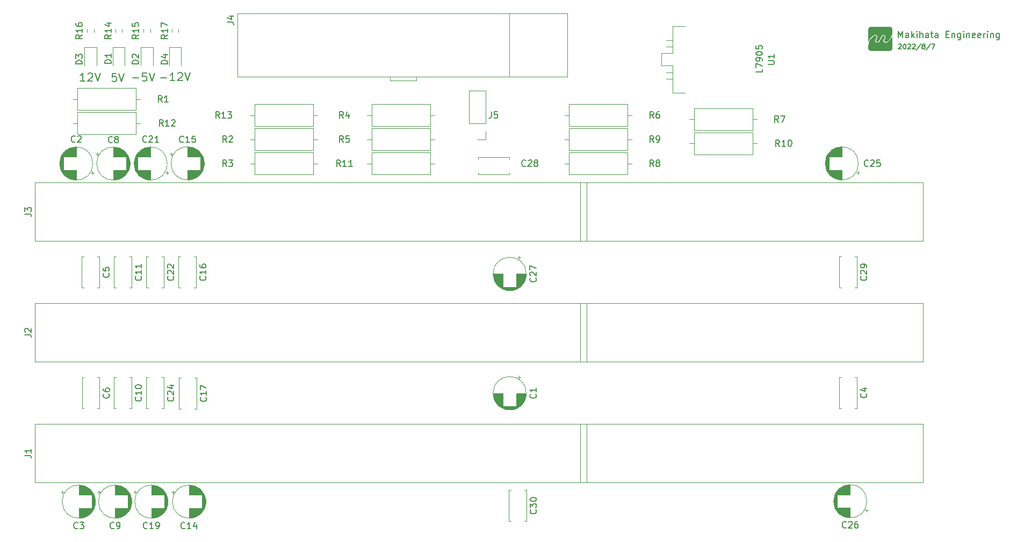
<source format=gbr>
%TF.GenerationSoftware,KiCad,Pcbnew,(6.0.7)*%
%TF.CreationDate,2022-08-07T08:27:23-07:00*%
%TF.ProjectId,isa_board,6973615f-626f-4617-9264-2e6b69636164,rev?*%
%TF.SameCoordinates,Original*%
%TF.FileFunction,Legend,Top*%
%TF.FilePolarity,Positive*%
%FSLAX46Y46*%
G04 Gerber Fmt 4.6, Leading zero omitted, Abs format (unit mm)*
G04 Created by KiCad (PCBNEW (6.0.7)) date 2022-08-07 08:27:23*
%MOMM*%
%LPD*%
G01*
G04 APERTURE LIST*
%ADD10C,0.150000*%
%ADD11C,0.177800*%
%ADD12C,0.120000*%
G04 APERTURE END LIST*
D10*
X77512142Y-47051153D02*
X78479761Y-47051153D01*
X79689285Y-46264962D02*
X79084523Y-46264962D01*
X79024047Y-46869724D01*
X79084523Y-46809248D01*
X79205476Y-46748772D01*
X79507857Y-46748772D01*
X79628809Y-46809248D01*
X79689285Y-46869724D01*
X79749761Y-46990677D01*
X79749761Y-47293058D01*
X79689285Y-47414010D01*
X79628809Y-47474486D01*
X79507857Y-47534962D01*
X79205476Y-47534962D01*
X79084523Y-47474486D01*
X79024047Y-47414010D01*
X80112619Y-46264962D02*
X80535952Y-47534962D01*
X80959285Y-46264962D01*
X81912977Y-46996807D02*
X82880597Y-46996807D01*
X84150597Y-47480616D02*
X83424882Y-47480616D01*
X83787739Y-47480616D02*
X83787739Y-46210616D01*
X83666787Y-46392045D01*
X83545835Y-46512997D01*
X83424882Y-46573473D01*
X84634406Y-46331569D02*
X84694882Y-46271093D01*
X84815835Y-46210616D01*
X85118216Y-46210616D01*
X85239168Y-46271093D01*
X85299644Y-46331569D01*
X85360120Y-46452521D01*
X85360120Y-46573473D01*
X85299644Y-46754902D01*
X84573930Y-47480616D01*
X85360120Y-47480616D01*
X85722977Y-46210616D02*
X86146311Y-47480616D01*
X86569644Y-46210616D01*
X69995115Y-47534962D02*
X69269401Y-47534962D01*
X69632258Y-47534962D02*
X69632258Y-46264962D01*
X69511306Y-46446391D01*
X69390353Y-46567343D01*
X69269401Y-46627819D01*
X70478925Y-46385915D02*
X70539401Y-46325439D01*
X70660353Y-46264962D01*
X70962734Y-46264962D01*
X71083686Y-46325439D01*
X71144163Y-46385915D01*
X71204639Y-46506867D01*
X71204639Y-46627819D01*
X71144163Y-46809248D01*
X70418448Y-47534962D01*
X71204639Y-47534962D01*
X71567496Y-46264962D02*
X71990829Y-47534962D01*
X72414163Y-46264962D01*
D11*
X198210523Y-40679619D02*
X198210523Y-39663619D01*
X198549190Y-40389333D01*
X198887857Y-39663619D01*
X198887857Y-40679619D01*
X199807095Y-40679619D02*
X199807095Y-40147428D01*
X199758714Y-40050666D01*
X199661952Y-40002285D01*
X199468428Y-40002285D01*
X199371666Y-40050666D01*
X199807095Y-40631238D02*
X199710333Y-40679619D01*
X199468428Y-40679619D01*
X199371666Y-40631238D01*
X199323285Y-40534476D01*
X199323285Y-40437714D01*
X199371666Y-40340952D01*
X199468428Y-40292571D01*
X199710333Y-40292571D01*
X199807095Y-40244190D01*
X200290904Y-40679619D02*
X200290904Y-39663619D01*
X200387666Y-40292571D02*
X200677952Y-40679619D01*
X200677952Y-40002285D02*
X200290904Y-40389333D01*
X201113380Y-40679619D02*
X201113380Y-40002285D01*
X201113380Y-39663619D02*
X201065000Y-39712000D01*
X201113380Y-39760380D01*
X201161761Y-39712000D01*
X201113380Y-39663619D01*
X201113380Y-39760380D01*
X201597190Y-40679619D02*
X201597190Y-39663619D01*
X202032619Y-40679619D02*
X202032619Y-40147428D01*
X201984238Y-40050666D01*
X201887476Y-40002285D01*
X201742333Y-40002285D01*
X201645571Y-40050666D01*
X201597190Y-40099047D01*
X202951857Y-40679619D02*
X202951857Y-40147428D01*
X202903476Y-40050666D01*
X202806714Y-40002285D01*
X202613190Y-40002285D01*
X202516428Y-40050666D01*
X202951857Y-40631238D02*
X202855095Y-40679619D01*
X202613190Y-40679619D01*
X202516428Y-40631238D01*
X202468047Y-40534476D01*
X202468047Y-40437714D01*
X202516428Y-40340952D01*
X202613190Y-40292571D01*
X202855095Y-40292571D01*
X202951857Y-40244190D01*
X203290523Y-40002285D02*
X203677571Y-40002285D01*
X203435666Y-39663619D02*
X203435666Y-40534476D01*
X203484047Y-40631238D01*
X203580809Y-40679619D01*
X203677571Y-40679619D01*
X204451666Y-40679619D02*
X204451666Y-40147428D01*
X204403285Y-40050666D01*
X204306523Y-40002285D01*
X204113000Y-40002285D01*
X204016238Y-40050666D01*
X204451666Y-40631238D02*
X204354904Y-40679619D01*
X204113000Y-40679619D01*
X204016238Y-40631238D01*
X203967857Y-40534476D01*
X203967857Y-40437714D01*
X204016238Y-40340952D01*
X204113000Y-40292571D01*
X204354904Y-40292571D01*
X204451666Y-40244190D01*
X205709571Y-40147428D02*
X206048238Y-40147428D01*
X206193380Y-40679619D02*
X205709571Y-40679619D01*
X205709571Y-39663619D01*
X206193380Y-39663619D01*
X206628809Y-40002285D02*
X206628809Y-40679619D01*
X206628809Y-40099047D02*
X206677190Y-40050666D01*
X206773952Y-40002285D01*
X206919095Y-40002285D01*
X207015857Y-40050666D01*
X207064238Y-40147428D01*
X207064238Y-40679619D01*
X207983476Y-40002285D02*
X207983476Y-40824761D01*
X207935095Y-40921523D01*
X207886714Y-40969904D01*
X207789952Y-41018285D01*
X207644809Y-41018285D01*
X207548047Y-40969904D01*
X207983476Y-40631238D02*
X207886714Y-40679619D01*
X207693190Y-40679619D01*
X207596428Y-40631238D01*
X207548047Y-40582857D01*
X207499666Y-40486095D01*
X207499666Y-40195809D01*
X207548047Y-40099047D01*
X207596428Y-40050666D01*
X207693190Y-40002285D01*
X207886714Y-40002285D01*
X207983476Y-40050666D01*
X208467285Y-40679619D02*
X208467285Y-40002285D01*
X208467285Y-39663619D02*
X208418904Y-39712000D01*
X208467285Y-39760380D01*
X208515666Y-39712000D01*
X208467285Y-39663619D01*
X208467285Y-39760380D01*
X208951095Y-40002285D02*
X208951095Y-40679619D01*
X208951095Y-40099047D02*
X208999476Y-40050666D01*
X209096238Y-40002285D01*
X209241380Y-40002285D01*
X209338142Y-40050666D01*
X209386523Y-40147428D01*
X209386523Y-40679619D01*
X210257380Y-40631238D02*
X210160619Y-40679619D01*
X209967095Y-40679619D01*
X209870333Y-40631238D01*
X209821952Y-40534476D01*
X209821952Y-40147428D01*
X209870333Y-40050666D01*
X209967095Y-40002285D01*
X210160619Y-40002285D01*
X210257380Y-40050666D01*
X210305761Y-40147428D01*
X210305761Y-40244190D01*
X209821952Y-40340952D01*
X211128238Y-40631238D02*
X211031476Y-40679619D01*
X210837952Y-40679619D01*
X210741190Y-40631238D01*
X210692809Y-40534476D01*
X210692809Y-40147428D01*
X210741190Y-40050666D01*
X210837952Y-40002285D01*
X211031476Y-40002285D01*
X211128238Y-40050666D01*
X211176619Y-40147428D01*
X211176619Y-40244190D01*
X210692809Y-40340952D01*
X211612047Y-40679619D02*
X211612047Y-40002285D01*
X211612047Y-40195809D02*
X211660428Y-40099047D01*
X211708809Y-40050666D01*
X211805571Y-40002285D01*
X211902333Y-40002285D01*
X212241000Y-40679619D02*
X212241000Y-40002285D01*
X212241000Y-39663619D02*
X212192619Y-39712000D01*
X212241000Y-39760380D01*
X212289380Y-39712000D01*
X212241000Y-39663619D01*
X212241000Y-39760380D01*
X212724809Y-40002285D02*
X212724809Y-40679619D01*
X212724809Y-40099047D02*
X212773190Y-40050666D01*
X212869952Y-40002285D01*
X213015095Y-40002285D01*
X213111857Y-40050666D01*
X213160238Y-40147428D01*
X213160238Y-40679619D01*
X214079476Y-40002285D02*
X214079476Y-40824761D01*
X214031095Y-40921523D01*
X213982714Y-40969904D01*
X213885952Y-41018285D01*
X213740809Y-41018285D01*
X213644047Y-40969904D01*
X214079476Y-40631238D02*
X213982714Y-40679619D01*
X213789190Y-40679619D01*
X213692428Y-40631238D01*
X213644047Y-40582857D01*
X213595666Y-40486095D01*
X213595666Y-40195809D01*
X213644047Y-40099047D01*
X213692428Y-40050666D01*
X213789190Y-40002285D01*
X213982714Y-40002285D01*
X214079476Y-40050666D01*
D10*
X74941485Y-46319309D02*
X74336723Y-46319309D01*
X74276247Y-46924071D01*
X74336723Y-46863595D01*
X74457675Y-46803119D01*
X74760056Y-46803119D01*
X74881009Y-46863595D01*
X74941485Y-46924071D01*
X75001961Y-47045024D01*
X75001961Y-47347405D01*
X74941485Y-47468357D01*
X74881009Y-47528833D01*
X74760056Y-47589309D01*
X74457675Y-47589309D01*
X74336723Y-47528833D01*
X74276247Y-47468357D01*
X75364818Y-46319309D02*
X75788151Y-47589309D01*
X76211485Y-46319309D01*
X198234714Y-41780285D02*
X198271000Y-41744000D01*
X198343571Y-41707714D01*
X198525000Y-41707714D01*
X198597571Y-41744000D01*
X198633857Y-41780285D01*
X198670142Y-41852857D01*
X198670142Y-41925428D01*
X198633857Y-42034285D01*
X198198428Y-42469714D01*
X198670142Y-42469714D01*
X199141857Y-41707714D02*
X199214428Y-41707714D01*
X199287000Y-41744000D01*
X199323285Y-41780285D01*
X199359571Y-41852857D01*
X199395857Y-41998000D01*
X199395857Y-42179428D01*
X199359571Y-42324571D01*
X199323285Y-42397142D01*
X199287000Y-42433428D01*
X199214428Y-42469714D01*
X199141857Y-42469714D01*
X199069285Y-42433428D01*
X199033000Y-42397142D01*
X198996714Y-42324571D01*
X198960428Y-42179428D01*
X198960428Y-41998000D01*
X198996714Y-41852857D01*
X199033000Y-41780285D01*
X199069285Y-41744000D01*
X199141857Y-41707714D01*
X199686142Y-41780285D02*
X199722428Y-41744000D01*
X199795000Y-41707714D01*
X199976428Y-41707714D01*
X200049000Y-41744000D01*
X200085285Y-41780285D01*
X200121571Y-41852857D01*
X200121571Y-41925428D01*
X200085285Y-42034285D01*
X199649857Y-42469714D01*
X200121571Y-42469714D01*
X200411857Y-41780285D02*
X200448142Y-41744000D01*
X200520714Y-41707714D01*
X200702142Y-41707714D01*
X200774714Y-41744000D01*
X200811000Y-41780285D01*
X200847285Y-41852857D01*
X200847285Y-41925428D01*
X200811000Y-42034285D01*
X200375571Y-42469714D01*
X200847285Y-42469714D01*
X201718142Y-41671428D02*
X201065000Y-42651142D01*
X202081000Y-42034285D02*
X202008428Y-41998000D01*
X201972142Y-41961714D01*
X201935857Y-41889142D01*
X201935857Y-41852857D01*
X201972142Y-41780285D01*
X202008428Y-41744000D01*
X202081000Y-41707714D01*
X202226142Y-41707714D01*
X202298714Y-41744000D01*
X202335000Y-41780285D01*
X202371285Y-41852857D01*
X202371285Y-41889142D01*
X202335000Y-41961714D01*
X202298714Y-41998000D01*
X202226142Y-42034285D01*
X202081000Y-42034285D01*
X202008428Y-42070571D01*
X201972142Y-42106857D01*
X201935857Y-42179428D01*
X201935857Y-42324571D01*
X201972142Y-42397142D01*
X202008428Y-42433428D01*
X202081000Y-42469714D01*
X202226142Y-42469714D01*
X202298714Y-42433428D01*
X202335000Y-42397142D01*
X202371285Y-42324571D01*
X202371285Y-42179428D01*
X202335000Y-42106857D01*
X202298714Y-42070571D01*
X202226142Y-42034285D01*
X203242142Y-41671428D02*
X202589000Y-42651142D01*
X203423571Y-41707714D02*
X203931571Y-41707714D01*
X203605000Y-42469714D01*
%TO.C,J4*%
X92440380Y-38227333D02*
X93154666Y-38227333D01*
X93297523Y-38274952D01*
X93392761Y-38370190D01*
X93440380Y-38513047D01*
X93440380Y-38608285D01*
X92773714Y-37322571D02*
X93440380Y-37322571D01*
X92392761Y-37560666D02*
X93107047Y-37798761D01*
X93107047Y-37179714D01*
%TO.C,C14*%
X85757142Y-118047142D02*
X85709523Y-118094761D01*
X85566666Y-118142380D01*
X85471428Y-118142380D01*
X85328571Y-118094761D01*
X85233333Y-117999523D01*
X85185714Y-117904285D01*
X85138095Y-117713809D01*
X85138095Y-117570952D01*
X85185714Y-117380476D01*
X85233333Y-117285238D01*
X85328571Y-117190000D01*
X85471428Y-117142380D01*
X85566666Y-117142380D01*
X85709523Y-117190000D01*
X85757142Y-117237619D01*
X86709523Y-118142380D02*
X86138095Y-118142380D01*
X86423809Y-118142380D02*
X86423809Y-117142380D01*
X86328571Y-117285238D01*
X86233333Y-117380476D01*
X86138095Y-117428095D01*
X87566666Y-117475714D02*
X87566666Y-118142380D01*
X87328571Y-117094761D02*
X87090476Y-117809047D01*
X87709523Y-117809047D01*
%TO.C,C11*%
X78827142Y-78327857D02*
X78874761Y-78375476D01*
X78922380Y-78518333D01*
X78922380Y-78613571D01*
X78874761Y-78756428D01*
X78779523Y-78851666D01*
X78684285Y-78899285D01*
X78493809Y-78946904D01*
X78350952Y-78946904D01*
X78160476Y-78899285D01*
X78065238Y-78851666D01*
X77970000Y-78756428D01*
X77922380Y-78613571D01*
X77922380Y-78518333D01*
X77970000Y-78375476D01*
X78017619Y-78327857D01*
X78922380Y-77375476D02*
X78922380Y-77946904D01*
X78922380Y-77661190D02*
X77922380Y-77661190D01*
X78065238Y-77756428D01*
X78160476Y-77851666D01*
X78208095Y-77946904D01*
X78922380Y-76423095D02*
X78922380Y-76994523D01*
X78922380Y-76708809D02*
X77922380Y-76708809D01*
X78065238Y-76804047D01*
X78160476Y-76899285D01*
X78208095Y-76994523D01*
%TO.C,D3*%
X69564380Y-44833095D02*
X68564380Y-44833095D01*
X68564380Y-44595000D01*
X68612000Y-44452142D01*
X68707238Y-44356904D01*
X68802476Y-44309285D01*
X68992952Y-44261666D01*
X69135809Y-44261666D01*
X69326285Y-44309285D01*
X69421523Y-44356904D01*
X69516761Y-44452142D01*
X69564380Y-44595000D01*
X69564380Y-44833095D01*
X68564380Y-43928333D02*
X68564380Y-43309285D01*
X68945333Y-43642619D01*
X68945333Y-43499761D01*
X68992952Y-43404523D01*
X69040571Y-43356904D01*
X69135809Y-43309285D01*
X69373904Y-43309285D01*
X69469142Y-43356904D01*
X69516761Y-43404523D01*
X69564380Y-43499761D01*
X69564380Y-43785476D01*
X69516761Y-43880714D01*
X69469142Y-43928333D01*
%TO.C,D1*%
X74136380Y-44715595D02*
X73136380Y-44715595D01*
X73136380Y-44477500D01*
X73184000Y-44334642D01*
X73279238Y-44239404D01*
X73374476Y-44191785D01*
X73564952Y-44144166D01*
X73707809Y-44144166D01*
X73898285Y-44191785D01*
X73993523Y-44239404D01*
X74088761Y-44334642D01*
X74136380Y-44477500D01*
X74136380Y-44715595D01*
X74136380Y-43191785D02*
X74136380Y-43763214D01*
X74136380Y-43477500D02*
X73136380Y-43477500D01*
X73279238Y-43572738D01*
X73374476Y-43667976D01*
X73422095Y-43763214D01*
%TO.C,R1*%
X82153333Y-50832380D02*
X81820000Y-50356190D01*
X81581904Y-50832380D02*
X81581904Y-49832380D01*
X81962857Y-49832380D01*
X82058095Y-49880000D01*
X82105714Y-49927619D01*
X82153333Y-50022857D01*
X82153333Y-50165714D01*
X82105714Y-50260952D01*
X82058095Y-50308571D01*
X81962857Y-50356190D01*
X81581904Y-50356190D01*
X83105714Y-50832380D02*
X82534285Y-50832380D01*
X82820000Y-50832380D02*
X82820000Y-49832380D01*
X82724761Y-49975238D01*
X82629523Y-50070476D01*
X82534285Y-50118095D01*
%TO.C,R8*%
X159623333Y-60992380D02*
X159290000Y-60516190D01*
X159051904Y-60992380D02*
X159051904Y-59992380D01*
X159432857Y-59992380D01*
X159528095Y-60040000D01*
X159575714Y-60087619D01*
X159623333Y-60182857D01*
X159623333Y-60325714D01*
X159575714Y-60420952D01*
X159528095Y-60468571D01*
X159432857Y-60516190D01*
X159051904Y-60516190D01*
X160194761Y-60420952D02*
X160099523Y-60373333D01*
X160051904Y-60325714D01*
X160004285Y-60230476D01*
X160004285Y-60182857D01*
X160051904Y-60087619D01*
X160099523Y-60040000D01*
X160194761Y-59992380D01*
X160385238Y-59992380D01*
X160480476Y-60040000D01*
X160528095Y-60087619D01*
X160575714Y-60182857D01*
X160575714Y-60230476D01*
X160528095Y-60325714D01*
X160480476Y-60373333D01*
X160385238Y-60420952D01*
X160194761Y-60420952D01*
X160099523Y-60468571D01*
X160051904Y-60516190D01*
X160004285Y-60611428D01*
X160004285Y-60801904D01*
X160051904Y-60897142D01*
X160099523Y-60944761D01*
X160194761Y-60992380D01*
X160385238Y-60992380D01*
X160480476Y-60944761D01*
X160528095Y-60897142D01*
X160575714Y-60801904D01*
X160575714Y-60611428D01*
X160528095Y-60516190D01*
X160480476Y-60468571D01*
X160385238Y-60420952D01*
%TO.C,R16*%
X69564380Y-40227857D02*
X69088190Y-40561190D01*
X69564380Y-40799285D02*
X68564380Y-40799285D01*
X68564380Y-40418333D01*
X68612000Y-40323095D01*
X68659619Y-40275476D01*
X68754857Y-40227857D01*
X68897714Y-40227857D01*
X68992952Y-40275476D01*
X69040571Y-40323095D01*
X69088190Y-40418333D01*
X69088190Y-40799285D01*
X69564380Y-39275476D02*
X69564380Y-39846904D01*
X69564380Y-39561190D02*
X68564380Y-39561190D01*
X68707238Y-39656428D01*
X68802476Y-39751666D01*
X68850095Y-39846904D01*
X68564380Y-38418333D02*
X68564380Y-38608809D01*
X68612000Y-38704047D01*
X68659619Y-38751666D01*
X68802476Y-38846904D01*
X68992952Y-38894523D01*
X69373904Y-38894523D01*
X69469142Y-38846904D01*
X69516761Y-38799285D01*
X69564380Y-38704047D01*
X69564380Y-38513571D01*
X69516761Y-38418333D01*
X69469142Y-38370714D01*
X69373904Y-38323095D01*
X69135809Y-38323095D01*
X69040571Y-38370714D01*
X68992952Y-38418333D01*
X68945333Y-38513571D01*
X68945333Y-38704047D01*
X68992952Y-38799285D01*
X69040571Y-38846904D01*
X69135809Y-38894523D01*
%TO.C,C8*%
X74301162Y-57147141D02*
X74253543Y-57194760D01*
X74110686Y-57242379D01*
X74015448Y-57242379D01*
X73872590Y-57194760D01*
X73777352Y-57099522D01*
X73729733Y-57004284D01*
X73682114Y-56813808D01*
X73682114Y-56670951D01*
X73729733Y-56480475D01*
X73777352Y-56385237D01*
X73872590Y-56289999D01*
X74015448Y-56242379D01*
X74110686Y-56242379D01*
X74253543Y-56289999D01*
X74301162Y-56337618D01*
X74872590Y-56670951D02*
X74777352Y-56623332D01*
X74729733Y-56575713D01*
X74682114Y-56480475D01*
X74682114Y-56432856D01*
X74729733Y-56337618D01*
X74777352Y-56289999D01*
X74872590Y-56242379D01*
X75063067Y-56242379D01*
X75158305Y-56289999D01*
X75205924Y-56337618D01*
X75253543Y-56432856D01*
X75253543Y-56480475D01*
X75205924Y-56575713D01*
X75158305Y-56623332D01*
X75063067Y-56670951D01*
X74872590Y-56670951D01*
X74777352Y-56718570D01*
X74729733Y-56766189D01*
X74682114Y-56861427D01*
X74682114Y-57051903D01*
X74729733Y-57147141D01*
X74777352Y-57194760D01*
X74872590Y-57242379D01*
X75063067Y-57242379D01*
X75158305Y-57194760D01*
X75205924Y-57147141D01*
X75253543Y-57051903D01*
X75253543Y-56861427D01*
X75205924Y-56766189D01*
X75158305Y-56718570D01*
X75063067Y-56670951D01*
%TO.C,C1*%
X141037142Y-96946554D02*
X141084761Y-96994173D01*
X141132380Y-97137030D01*
X141132380Y-97232268D01*
X141084761Y-97375126D01*
X140989523Y-97470364D01*
X140894285Y-97517983D01*
X140703809Y-97565602D01*
X140560952Y-97565602D01*
X140370476Y-97517983D01*
X140275238Y-97470364D01*
X140180000Y-97375126D01*
X140132380Y-97232268D01*
X140132380Y-97137030D01*
X140180000Y-96994173D01*
X140227619Y-96946554D01*
X141132380Y-95994173D02*
X141132380Y-96565602D01*
X141132380Y-96279888D02*
X140132380Y-96279888D01*
X140275238Y-96375126D01*
X140370476Y-96470364D01*
X140418095Y-96565602D01*
%TO.C,C29*%
X193127142Y-78327857D02*
X193174761Y-78375476D01*
X193222380Y-78518333D01*
X193222380Y-78613571D01*
X193174761Y-78756428D01*
X193079523Y-78851666D01*
X192984285Y-78899285D01*
X192793809Y-78946904D01*
X192650952Y-78946904D01*
X192460476Y-78899285D01*
X192365238Y-78851666D01*
X192270000Y-78756428D01*
X192222380Y-78613571D01*
X192222380Y-78518333D01*
X192270000Y-78375476D01*
X192317619Y-78327857D01*
X192317619Y-77946904D02*
X192270000Y-77899285D01*
X192222380Y-77804047D01*
X192222380Y-77565952D01*
X192270000Y-77470714D01*
X192317619Y-77423095D01*
X192412857Y-77375476D01*
X192508095Y-77375476D01*
X192650952Y-77423095D01*
X193222380Y-77994523D01*
X193222380Y-77375476D01*
X193222380Y-76899285D02*
X193222380Y-76708809D01*
X193174761Y-76613571D01*
X193127142Y-76565952D01*
X192984285Y-76470714D01*
X192793809Y-76423095D01*
X192412857Y-76423095D01*
X192317619Y-76470714D01*
X192270000Y-76518333D01*
X192222380Y-76613571D01*
X192222380Y-76804047D01*
X192270000Y-76899285D01*
X192317619Y-76946904D01*
X192412857Y-76994523D01*
X192650952Y-76994523D01*
X192746190Y-76946904D01*
X192793809Y-76899285D01*
X192841428Y-76804047D01*
X192841428Y-76613571D01*
X192793809Y-76518333D01*
X192746190Y-76470714D01*
X192650952Y-76423095D01*
%TO.C,R5*%
X110728333Y-57182380D02*
X110395000Y-56706190D01*
X110156904Y-57182380D02*
X110156904Y-56182380D01*
X110537857Y-56182380D01*
X110633095Y-56230000D01*
X110680714Y-56277619D01*
X110728333Y-56372857D01*
X110728333Y-56515714D01*
X110680714Y-56610952D01*
X110633095Y-56658571D01*
X110537857Y-56706190D01*
X110156904Y-56706190D01*
X111633095Y-56182380D02*
X111156904Y-56182380D01*
X111109285Y-56658571D01*
X111156904Y-56610952D01*
X111252142Y-56563333D01*
X111490238Y-56563333D01*
X111585476Y-56610952D01*
X111633095Y-56658571D01*
X111680714Y-56753809D01*
X111680714Y-56991904D01*
X111633095Y-57087142D01*
X111585476Y-57134761D01*
X111490238Y-57182380D01*
X111252142Y-57182380D01*
X111156904Y-57134761D01*
X111109285Y-57087142D01*
%TO.C,C25*%
X193437142Y-60897142D02*
X193389523Y-60944761D01*
X193246666Y-60992380D01*
X193151428Y-60992380D01*
X193008571Y-60944761D01*
X192913333Y-60849523D01*
X192865714Y-60754285D01*
X192818095Y-60563809D01*
X192818095Y-60420952D01*
X192865714Y-60230476D01*
X192913333Y-60135238D01*
X193008571Y-60040000D01*
X193151428Y-59992380D01*
X193246666Y-59992380D01*
X193389523Y-60040000D01*
X193437142Y-60087619D01*
X193818095Y-60087619D02*
X193865714Y-60040000D01*
X193960952Y-59992380D01*
X194199047Y-59992380D01*
X194294285Y-60040000D01*
X194341904Y-60087619D01*
X194389523Y-60182857D01*
X194389523Y-60278095D01*
X194341904Y-60420952D01*
X193770476Y-60992380D01*
X194389523Y-60992380D01*
X195294285Y-59992380D02*
X194818095Y-59992380D01*
X194770476Y-60468571D01*
X194818095Y-60420952D01*
X194913333Y-60373333D01*
X195151428Y-60373333D01*
X195246666Y-60420952D01*
X195294285Y-60468571D01*
X195341904Y-60563809D01*
X195341904Y-60801904D01*
X195294285Y-60897142D01*
X195246666Y-60944761D01*
X195151428Y-60992380D01*
X194913333Y-60992380D01*
X194818095Y-60944761D01*
X194770476Y-60897142D01*
%TO.C,C27*%
X141037142Y-78597857D02*
X141084761Y-78645476D01*
X141132380Y-78788333D01*
X141132380Y-78883571D01*
X141084761Y-79026428D01*
X140989523Y-79121666D01*
X140894285Y-79169285D01*
X140703809Y-79216904D01*
X140560952Y-79216904D01*
X140370476Y-79169285D01*
X140275238Y-79121666D01*
X140180000Y-79026428D01*
X140132380Y-78883571D01*
X140132380Y-78788333D01*
X140180000Y-78645476D01*
X140227619Y-78597857D01*
X140227619Y-78216904D02*
X140180000Y-78169285D01*
X140132380Y-78074047D01*
X140132380Y-77835952D01*
X140180000Y-77740714D01*
X140227619Y-77693095D01*
X140322857Y-77645476D01*
X140418095Y-77645476D01*
X140560952Y-77693095D01*
X141132380Y-78264523D01*
X141132380Y-77645476D01*
X140132380Y-77312142D02*
X140132380Y-76645476D01*
X141132380Y-77074047D01*
%TO.C,C17*%
X89071681Y-97453161D02*
X89119300Y-97500780D01*
X89166919Y-97643637D01*
X89166919Y-97738875D01*
X89119300Y-97881732D01*
X89024062Y-97976970D01*
X88928824Y-98024589D01*
X88738348Y-98072208D01*
X88595491Y-98072208D01*
X88405015Y-98024589D01*
X88309777Y-97976970D01*
X88214539Y-97881732D01*
X88166919Y-97738875D01*
X88166919Y-97643637D01*
X88214539Y-97500780D01*
X88262158Y-97453161D01*
X89166919Y-96500780D02*
X89166919Y-97072208D01*
X89166919Y-96786494D02*
X88166919Y-96786494D01*
X88309777Y-96881732D01*
X88405015Y-96976970D01*
X88452634Y-97072208D01*
X88166919Y-96167446D02*
X88166919Y-95500780D01*
X89166919Y-95929351D01*
%TO.C,C4*%
X193127142Y-96861666D02*
X193174761Y-96909285D01*
X193222380Y-97052142D01*
X193222380Y-97147380D01*
X193174761Y-97290238D01*
X193079523Y-97385476D01*
X192984285Y-97433095D01*
X192793809Y-97480714D01*
X192650952Y-97480714D01*
X192460476Y-97433095D01*
X192365238Y-97385476D01*
X192270000Y-97290238D01*
X192222380Y-97147380D01*
X192222380Y-97052142D01*
X192270000Y-96909285D01*
X192317619Y-96861666D01*
X192555714Y-96004523D02*
X193222380Y-96004523D01*
X192174761Y-96242619D02*
X192889047Y-96480714D01*
X192889047Y-95861666D01*
%TO.C,D2*%
X78454380Y-44805595D02*
X77454380Y-44805595D01*
X77454380Y-44567500D01*
X77502000Y-44424642D01*
X77597238Y-44329404D01*
X77692476Y-44281785D01*
X77882952Y-44234166D01*
X78025809Y-44234166D01*
X78216285Y-44281785D01*
X78311523Y-44329404D01*
X78406761Y-44424642D01*
X78454380Y-44567500D01*
X78454380Y-44805595D01*
X77549619Y-43853214D02*
X77502000Y-43805595D01*
X77454380Y-43710357D01*
X77454380Y-43472261D01*
X77502000Y-43377023D01*
X77549619Y-43329404D01*
X77644857Y-43281785D01*
X77740095Y-43281785D01*
X77882952Y-43329404D01*
X78454380Y-43900833D01*
X78454380Y-43281785D01*
%TO.C,C9*%
X74578220Y-118047142D02*
X74530601Y-118094761D01*
X74387744Y-118142380D01*
X74292506Y-118142380D01*
X74149648Y-118094761D01*
X74054410Y-117999523D01*
X74006791Y-117904285D01*
X73959172Y-117713809D01*
X73959172Y-117570952D01*
X74006791Y-117380476D01*
X74054410Y-117285238D01*
X74149648Y-117190000D01*
X74292506Y-117142380D01*
X74387744Y-117142380D01*
X74530601Y-117190000D01*
X74578220Y-117237619D01*
X75054410Y-118142380D02*
X75244887Y-118142380D01*
X75340125Y-118094761D01*
X75387744Y-118047142D01*
X75482982Y-117904285D01*
X75530601Y-117713809D01*
X75530601Y-117332857D01*
X75482982Y-117237619D01*
X75435363Y-117190000D01*
X75340125Y-117142380D01*
X75149648Y-117142380D01*
X75054410Y-117190000D01*
X75006791Y-117237619D01*
X74959172Y-117332857D01*
X74959172Y-117570952D01*
X75006791Y-117666190D01*
X75054410Y-117713809D01*
X75149648Y-117761428D01*
X75340125Y-117761428D01*
X75435363Y-117713809D01*
X75482982Y-117666190D01*
X75530601Y-117570952D01*
%TO.C,C19*%
X79817029Y-118047142D02*
X79769410Y-118094761D01*
X79626553Y-118142380D01*
X79531315Y-118142380D01*
X79388458Y-118094761D01*
X79293220Y-117999523D01*
X79245601Y-117904285D01*
X79197982Y-117713809D01*
X79197982Y-117570952D01*
X79245601Y-117380476D01*
X79293220Y-117285238D01*
X79388458Y-117190000D01*
X79531315Y-117142380D01*
X79626553Y-117142380D01*
X79769410Y-117190000D01*
X79817029Y-117237619D01*
X80769410Y-118142380D02*
X80197982Y-118142380D01*
X80483696Y-118142380D02*
X80483696Y-117142380D01*
X80388458Y-117285238D01*
X80293220Y-117380476D01*
X80197982Y-117428095D01*
X81245601Y-118142380D02*
X81436077Y-118142380D01*
X81531315Y-118094761D01*
X81578934Y-118047142D01*
X81674172Y-117904285D01*
X81721791Y-117713809D01*
X81721791Y-117332857D01*
X81674172Y-117237619D01*
X81626553Y-117190000D01*
X81531315Y-117142380D01*
X81340839Y-117142380D01*
X81245601Y-117190000D01*
X81197982Y-117237619D01*
X81150363Y-117332857D01*
X81150363Y-117570952D01*
X81197982Y-117666190D01*
X81245601Y-117713809D01*
X81340839Y-117761428D01*
X81531315Y-117761428D01*
X81626553Y-117713809D01*
X81674172Y-117666190D01*
X81721791Y-117570952D01*
%TO.C,C30*%
X141057142Y-115157857D02*
X141104761Y-115205476D01*
X141152380Y-115348333D01*
X141152380Y-115443571D01*
X141104761Y-115586428D01*
X141009523Y-115681666D01*
X140914285Y-115729285D01*
X140723809Y-115776904D01*
X140580952Y-115776904D01*
X140390476Y-115729285D01*
X140295238Y-115681666D01*
X140200000Y-115586428D01*
X140152380Y-115443571D01*
X140152380Y-115348333D01*
X140200000Y-115205476D01*
X140247619Y-115157857D01*
X140152380Y-114824523D02*
X140152380Y-114205476D01*
X140533333Y-114538809D01*
X140533333Y-114395952D01*
X140580952Y-114300714D01*
X140628571Y-114253095D01*
X140723809Y-114205476D01*
X140961904Y-114205476D01*
X141057142Y-114253095D01*
X141104761Y-114300714D01*
X141152380Y-114395952D01*
X141152380Y-114681666D01*
X141104761Y-114776904D01*
X141057142Y-114824523D01*
X140152380Y-113586428D02*
X140152380Y-113491190D01*
X140200000Y-113395952D01*
X140247619Y-113348333D01*
X140342857Y-113300714D01*
X140533333Y-113253095D01*
X140771428Y-113253095D01*
X140961904Y-113300714D01*
X141057142Y-113348333D01*
X141104761Y-113395952D01*
X141152380Y-113491190D01*
X141152380Y-113586428D01*
X141104761Y-113681666D01*
X141057142Y-113729285D01*
X140961904Y-113776904D01*
X140771428Y-113824523D01*
X140533333Y-113824523D01*
X140342857Y-113776904D01*
X140247619Y-113729285D01*
X140200000Y-113681666D01*
X140152380Y-113586428D01*
%TO.C,C3*%
X68863220Y-118047142D02*
X68815601Y-118094761D01*
X68672744Y-118142380D01*
X68577506Y-118142380D01*
X68434648Y-118094761D01*
X68339410Y-117999523D01*
X68291791Y-117904285D01*
X68244172Y-117713809D01*
X68244172Y-117570952D01*
X68291791Y-117380476D01*
X68339410Y-117285238D01*
X68434648Y-117190000D01*
X68577506Y-117142380D01*
X68672744Y-117142380D01*
X68815601Y-117190000D01*
X68863220Y-117237619D01*
X69196553Y-117142380D02*
X69815601Y-117142380D01*
X69482267Y-117523333D01*
X69625125Y-117523333D01*
X69720363Y-117570952D01*
X69767982Y-117618571D01*
X69815601Y-117713809D01*
X69815601Y-117951904D01*
X69767982Y-118047142D01*
X69720363Y-118094761D01*
X69625125Y-118142380D01*
X69339410Y-118142380D01*
X69244172Y-118094761D01*
X69196553Y-118047142D01*
%TO.C,C24*%
X83907142Y-97377857D02*
X83954761Y-97425476D01*
X84002380Y-97568333D01*
X84002380Y-97663571D01*
X83954761Y-97806428D01*
X83859523Y-97901666D01*
X83764285Y-97949285D01*
X83573809Y-97996904D01*
X83430952Y-97996904D01*
X83240476Y-97949285D01*
X83145238Y-97901666D01*
X83050000Y-97806428D01*
X83002380Y-97663571D01*
X83002380Y-97568333D01*
X83050000Y-97425476D01*
X83097619Y-97377857D01*
X83097619Y-96996904D02*
X83050000Y-96949285D01*
X83002380Y-96854047D01*
X83002380Y-96615952D01*
X83050000Y-96520714D01*
X83097619Y-96473095D01*
X83192857Y-96425476D01*
X83288095Y-96425476D01*
X83430952Y-96473095D01*
X84002380Y-97044523D01*
X84002380Y-96425476D01*
X83335714Y-95568333D02*
X84002380Y-95568333D01*
X82954761Y-95806428D02*
X83669047Y-96044523D01*
X83669047Y-95425476D01*
%TO.C,C5*%
X73747142Y-77851666D02*
X73794761Y-77899285D01*
X73842380Y-78042142D01*
X73842380Y-78137380D01*
X73794761Y-78280238D01*
X73699523Y-78375476D01*
X73604285Y-78423095D01*
X73413809Y-78470714D01*
X73270952Y-78470714D01*
X73080476Y-78423095D01*
X72985238Y-78375476D01*
X72890000Y-78280238D01*
X72842380Y-78137380D01*
X72842380Y-78042142D01*
X72890000Y-77899285D01*
X72937619Y-77851666D01*
X72842380Y-76946904D02*
X72842380Y-77423095D01*
X73318571Y-77470714D01*
X73270952Y-77423095D01*
X73223333Y-77327857D01*
X73223333Y-77089761D01*
X73270952Y-76994523D01*
X73318571Y-76946904D01*
X73413809Y-76899285D01*
X73651904Y-76899285D01*
X73747142Y-76946904D01*
X73794761Y-76994523D01*
X73842380Y-77089761D01*
X73842380Y-77327857D01*
X73794761Y-77423095D01*
X73747142Y-77470714D01*
%TO.C,R3*%
X92313333Y-60992380D02*
X91980000Y-60516190D01*
X91741904Y-60992380D02*
X91741904Y-59992380D01*
X92122857Y-59992380D01*
X92218095Y-60040000D01*
X92265714Y-60087619D01*
X92313333Y-60182857D01*
X92313333Y-60325714D01*
X92265714Y-60420952D01*
X92218095Y-60468571D01*
X92122857Y-60516190D01*
X91741904Y-60516190D01*
X92646666Y-59992380D02*
X93265714Y-59992380D01*
X92932380Y-60373333D01*
X93075238Y-60373333D01*
X93170476Y-60420952D01*
X93218095Y-60468571D01*
X93265714Y-60563809D01*
X93265714Y-60801904D01*
X93218095Y-60897142D01*
X93170476Y-60944761D01*
X93075238Y-60992380D01*
X92789523Y-60992380D01*
X92694285Y-60944761D01*
X92646666Y-60897142D01*
%TO.C,J3*%
X60532380Y-68493333D02*
X61246666Y-68493333D01*
X61389523Y-68540952D01*
X61484761Y-68636190D01*
X61532380Y-68779047D01*
X61532380Y-68874285D01*
X60532380Y-68112380D02*
X60532380Y-67493333D01*
X60913333Y-67826666D01*
X60913333Y-67683809D01*
X60960952Y-67588571D01*
X61008571Y-67540952D01*
X61103809Y-67493333D01*
X61341904Y-67493333D01*
X61437142Y-67540952D01*
X61484761Y-67588571D01*
X61532380Y-67683809D01*
X61532380Y-67969523D01*
X61484761Y-68064761D01*
X61437142Y-68112380D01*
%TO.C,C28*%
X139462142Y-60897142D02*
X139414523Y-60944761D01*
X139271666Y-60992380D01*
X139176428Y-60992380D01*
X139033571Y-60944761D01*
X138938333Y-60849523D01*
X138890714Y-60754285D01*
X138843095Y-60563809D01*
X138843095Y-60420952D01*
X138890714Y-60230476D01*
X138938333Y-60135238D01*
X139033571Y-60040000D01*
X139176428Y-59992380D01*
X139271666Y-59992380D01*
X139414523Y-60040000D01*
X139462142Y-60087619D01*
X139843095Y-60087619D02*
X139890714Y-60040000D01*
X139985952Y-59992380D01*
X140224047Y-59992380D01*
X140319285Y-60040000D01*
X140366904Y-60087619D01*
X140414523Y-60182857D01*
X140414523Y-60278095D01*
X140366904Y-60420952D01*
X139795476Y-60992380D01*
X140414523Y-60992380D01*
X140985952Y-60420952D02*
X140890714Y-60373333D01*
X140843095Y-60325714D01*
X140795476Y-60230476D01*
X140795476Y-60182857D01*
X140843095Y-60087619D01*
X140890714Y-60040000D01*
X140985952Y-59992380D01*
X141176428Y-59992380D01*
X141271666Y-60040000D01*
X141319285Y-60087619D01*
X141366904Y-60182857D01*
X141366904Y-60230476D01*
X141319285Y-60325714D01*
X141271666Y-60373333D01*
X141176428Y-60420952D01*
X140985952Y-60420952D01*
X140890714Y-60468571D01*
X140843095Y-60516190D01*
X140795476Y-60611428D01*
X140795476Y-60801904D01*
X140843095Y-60897142D01*
X140890714Y-60944761D01*
X140985952Y-60992380D01*
X141176428Y-60992380D01*
X141271666Y-60944761D01*
X141319285Y-60897142D01*
X141366904Y-60801904D01*
X141366904Y-60611428D01*
X141319285Y-60516190D01*
X141271666Y-60468571D01*
X141176428Y-60420952D01*
%TO.C,R17*%
X83026380Y-40227857D02*
X82550190Y-40561190D01*
X83026380Y-40799285D02*
X82026380Y-40799285D01*
X82026380Y-40418333D01*
X82074000Y-40323095D01*
X82121619Y-40275476D01*
X82216857Y-40227857D01*
X82359714Y-40227857D01*
X82454952Y-40275476D01*
X82502571Y-40323095D01*
X82550190Y-40418333D01*
X82550190Y-40799285D01*
X83026380Y-39275476D02*
X83026380Y-39846904D01*
X83026380Y-39561190D02*
X82026380Y-39561190D01*
X82169238Y-39656428D01*
X82264476Y-39751666D01*
X82312095Y-39846904D01*
X82026380Y-38942142D02*
X82026380Y-38275476D01*
X83026380Y-38704047D01*
%TO.C,C10*%
X78827142Y-97377857D02*
X78874761Y-97425476D01*
X78922380Y-97568333D01*
X78922380Y-97663571D01*
X78874761Y-97806428D01*
X78779523Y-97901666D01*
X78684285Y-97949285D01*
X78493809Y-97996904D01*
X78350952Y-97996904D01*
X78160476Y-97949285D01*
X78065238Y-97901666D01*
X77970000Y-97806428D01*
X77922380Y-97663571D01*
X77922380Y-97568333D01*
X77970000Y-97425476D01*
X78017619Y-97377857D01*
X78922380Y-96425476D02*
X78922380Y-96996904D01*
X78922380Y-96711190D02*
X77922380Y-96711190D01*
X78065238Y-96806428D01*
X78160476Y-96901666D01*
X78208095Y-96996904D01*
X77922380Y-95806428D02*
X77922380Y-95711190D01*
X77970000Y-95615952D01*
X78017619Y-95568333D01*
X78112857Y-95520714D01*
X78303333Y-95473095D01*
X78541428Y-95473095D01*
X78731904Y-95520714D01*
X78827142Y-95568333D01*
X78874761Y-95615952D01*
X78922380Y-95711190D01*
X78922380Y-95806428D01*
X78874761Y-95901666D01*
X78827142Y-95949285D01*
X78731904Y-95996904D01*
X78541428Y-96044523D01*
X78303333Y-96044523D01*
X78112857Y-95996904D01*
X78017619Y-95949285D01*
X77970000Y-95901666D01*
X77922380Y-95806428D01*
%TO.C,R14*%
X74136380Y-40227857D02*
X73660190Y-40561190D01*
X74136380Y-40799285D02*
X73136380Y-40799285D01*
X73136380Y-40418333D01*
X73184000Y-40323095D01*
X73231619Y-40275476D01*
X73326857Y-40227857D01*
X73469714Y-40227857D01*
X73564952Y-40275476D01*
X73612571Y-40323095D01*
X73660190Y-40418333D01*
X73660190Y-40799285D01*
X74136380Y-39275476D02*
X74136380Y-39846904D01*
X74136380Y-39561190D02*
X73136380Y-39561190D01*
X73279238Y-39656428D01*
X73374476Y-39751666D01*
X73422095Y-39846904D01*
X73469714Y-38418333D02*
X74136380Y-38418333D01*
X73088761Y-38656428D02*
X73803047Y-38894523D01*
X73803047Y-38275476D01*
%TO.C,R9*%
X159623333Y-57182380D02*
X159290000Y-56706190D01*
X159051904Y-57182380D02*
X159051904Y-56182380D01*
X159432857Y-56182380D01*
X159528095Y-56230000D01*
X159575714Y-56277619D01*
X159623333Y-56372857D01*
X159623333Y-56515714D01*
X159575714Y-56610952D01*
X159528095Y-56658571D01*
X159432857Y-56706190D01*
X159051904Y-56706190D01*
X160099523Y-57182380D02*
X160290000Y-57182380D01*
X160385238Y-57134761D01*
X160432857Y-57087142D01*
X160528095Y-56944285D01*
X160575714Y-56753809D01*
X160575714Y-56372857D01*
X160528095Y-56277619D01*
X160480476Y-56230000D01*
X160385238Y-56182380D01*
X160194761Y-56182380D01*
X160099523Y-56230000D01*
X160051904Y-56277619D01*
X160004285Y-56372857D01*
X160004285Y-56610952D01*
X160051904Y-56706190D01*
X160099523Y-56753809D01*
X160194761Y-56801428D01*
X160385238Y-56801428D01*
X160480476Y-56753809D01*
X160528095Y-56706190D01*
X160575714Y-56610952D01*
%TO.C,R7*%
X179308333Y-54007380D02*
X178975000Y-53531190D01*
X178736904Y-54007380D02*
X178736904Y-53007380D01*
X179117857Y-53007380D01*
X179213095Y-53055000D01*
X179260714Y-53102619D01*
X179308333Y-53197857D01*
X179308333Y-53340714D01*
X179260714Y-53435952D01*
X179213095Y-53483571D01*
X179117857Y-53531190D01*
X178736904Y-53531190D01*
X179641666Y-53007380D02*
X180308333Y-53007380D01*
X179879761Y-54007380D01*
%TO.C,R10*%
X179467142Y-57817380D02*
X179133809Y-57341190D01*
X178895714Y-57817380D02*
X178895714Y-56817380D01*
X179276666Y-56817380D01*
X179371904Y-56865000D01*
X179419523Y-56912619D01*
X179467142Y-57007857D01*
X179467142Y-57150714D01*
X179419523Y-57245952D01*
X179371904Y-57293571D01*
X179276666Y-57341190D01*
X178895714Y-57341190D01*
X180419523Y-57817380D02*
X179848095Y-57817380D01*
X180133809Y-57817380D02*
X180133809Y-56817380D01*
X180038571Y-56960238D01*
X179943333Y-57055476D01*
X179848095Y-57103095D01*
X181038571Y-56817380D02*
X181133809Y-56817380D01*
X181229047Y-56865000D01*
X181276666Y-56912619D01*
X181324285Y-57007857D01*
X181371904Y-57198333D01*
X181371904Y-57436428D01*
X181324285Y-57626904D01*
X181276666Y-57722142D01*
X181229047Y-57769761D01*
X181133809Y-57817380D01*
X181038571Y-57817380D01*
X180943333Y-57769761D01*
X180895714Y-57722142D01*
X180848095Y-57626904D01*
X180800476Y-57436428D01*
X180800476Y-57198333D01*
X180848095Y-57007857D01*
X180895714Y-56912619D01*
X180943333Y-56865000D01*
X181038571Y-56817380D01*
%TO.C,C26*%
X189953406Y-117929221D02*
X189905787Y-117976840D01*
X189762930Y-118024459D01*
X189667692Y-118024459D01*
X189524835Y-117976840D01*
X189429597Y-117881602D01*
X189381978Y-117786364D01*
X189334359Y-117595888D01*
X189334359Y-117453031D01*
X189381978Y-117262555D01*
X189429597Y-117167317D01*
X189524835Y-117072079D01*
X189667692Y-117024459D01*
X189762930Y-117024459D01*
X189905787Y-117072079D01*
X189953406Y-117119698D01*
X190334359Y-117119698D02*
X190381978Y-117072079D01*
X190477216Y-117024459D01*
X190715311Y-117024459D01*
X190810549Y-117072079D01*
X190858168Y-117119698D01*
X190905787Y-117214936D01*
X190905787Y-117310174D01*
X190858168Y-117453031D01*
X190286740Y-118024459D01*
X190905787Y-118024459D01*
X191762930Y-117024459D02*
X191572454Y-117024459D01*
X191477216Y-117072079D01*
X191429597Y-117119698D01*
X191334359Y-117262555D01*
X191286740Y-117453031D01*
X191286740Y-117833983D01*
X191334359Y-117929221D01*
X191381978Y-117976840D01*
X191477216Y-118024459D01*
X191667692Y-118024459D01*
X191762930Y-117976840D01*
X191810549Y-117929221D01*
X191858168Y-117833983D01*
X191858168Y-117595888D01*
X191810549Y-117500650D01*
X191762930Y-117453031D01*
X191667692Y-117405412D01*
X191477216Y-117405412D01*
X191381978Y-117453031D01*
X191334359Y-117500650D01*
X191286740Y-117595888D01*
%TO.C,J2*%
X60532380Y-87543333D02*
X61246666Y-87543333D01*
X61389523Y-87590952D01*
X61484761Y-87686190D01*
X61532380Y-87829047D01*
X61532380Y-87924285D01*
X60627619Y-87114761D02*
X60580000Y-87067142D01*
X60532380Y-86971904D01*
X60532380Y-86733809D01*
X60580000Y-86638571D01*
X60627619Y-86590952D01*
X60722857Y-86543333D01*
X60818095Y-86543333D01*
X60960952Y-86590952D01*
X61532380Y-87162380D01*
X61532380Y-86543333D01*
%TO.C,R13*%
X91202142Y-53372380D02*
X90868809Y-52896190D01*
X90630714Y-53372380D02*
X90630714Y-52372380D01*
X91011666Y-52372380D01*
X91106904Y-52420000D01*
X91154523Y-52467619D01*
X91202142Y-52562857D01*
X91202142Y-52705714D01*
X91154523Y-52800952D01*
X91106904Y-52848571D01*
X91011666Y-52896190D01*
X90630714Y-52896190D01*
X92154523Y-53372380D02*
X91583095Y-53372380D01*
X91868809Y-53372380D02*
X91868809Y-52372380D01*
X91773571Y-52515238D01*
X91678333Y-52610476D01*
X91583095Y-52658095D01*
X92487857Y-52372380D02*
X93106904Y-52372380D01*
X92773571Y-52753333D01*
X92916428Y-52753333D01*
X93011666Y-52800952D01*
X93059285Y-52848571D01*
X93106904Y-52943809D01*
X93106904Y-53181904D01*
X93059285Y-53277142D01*
X93011666Y-53324761D01*
X92916428Y-53372380D01*
X92630714Y-53372380D01*
X92535476Y-53324761D01*
X92487857Y-53277142D01*
%TO.C,R11*%
X110252142Y-60992380D02*
X109918809Y-60516190D01*
X109680714Y-60992380D02*
X109680714Y-59992380D01*
X110061666Y-59992380D01*
X110156904Y-60040000D01*
X110204523Y-60087619D01*
X110252142Y-60182857D01*
X110252142Y-60325714D01*
X110204523Y-60420952D01*
X110156904Y-60468571D01*
X110061666Y-60516190D01*
X109680714Y-60516190D01*
X111204523Y-60992380D02*
X110633095Y-60992380D01*
X110918809Y-60992380D02*
X110918809Y-59992380D01*
X110823571Y-60135238D01*
X110728333Y-60230476D01*
X110633095Y-60278095D01*
X112156904Y-60992380D02*
X111585476Y-60992380D01*
X111871190Y-60992380D02*
X111871190Y-59992380D01*
X111775952Y-60135238D01*
X111680714Y-60230476D01*
X111585476Y-60278095D01*
%TO.C,C21*%
X79712071Y-57087142D02*
X79664452Y-57134761D01*
X79521595Y-57182380D01*
X79426357Y-57182380D01*
X79283500Y-57134761D01*
X79188262Y-57039523D01*
X79140643Y-56944285D01*
X79093024Y-56753809D01*
X79093024Y-56610952D01*
X79140643Y-56420476D01*
X79188262Y-56325238D01*
X79283500Y-56230000D01*
X79426357Y-56182380D01*
X79521595Y-56182380D01*
X79664452Y-56230000D01*
X79712071Y-56277619D01*
X80093024Y-56277619D02*
X80140643Y-56230000D01*
X80235881Y-56182380D01*
X80473976Y-56182380D01*
X80569214Y-56230000D01*
X80616833Y-56277619D01*
X80664452Y-56372857D01*
X80664452Y-56468095D01*
X80616833Y-56610952D01*
X80045405Y-57182380D01*
X80664452Y-57182380D01*
X81616833Y-57182380D02*
X81045405Y-57182380D01*
X81331119Y-57182380D02*
X81331119Y-56182380D01*
X81235881Y-56325238D01*
X81140643Y-56420476D01*
X81045405Y-56468095D01*
%TO.C,C22*%
X83907142Y-78327857D02*
X83954761Y-78375476D01*
X84002380Y-78518333D01*
X84002380Y-78613571D01*
X83954761Y-78756428D01*
X83859523Y-78851666D01*
X83764285Y-78899285D01*
X83573809Y-78946904D01*
X83430952Y-78946904D01*
X83240476Y-78899285D01*
X83145238Y-78851666D01*
X83050000Y-78756428D01*
X83002380Y-78613571D01*
X83002380Y-78518333D01*
X83050000Y-78375476D01*
X83097619Y-78327857D01*
X83097619Y-77946904D02*
X83050000Y-77899285D01*
X83002380Y-77804047D01*
X83002380Y-77565952D01*
X83050000Y-77470714D01*
X83097619Y-77423095D01*
X83192857Y-77375476D01*
X83288095Y-77375476D01*
X83430952Y-77423095D01*
X84002380Y-77994523D01*
X84002380Y-77375476D01*
X83097619Y-76994523D02*
X83050000Y-76946904D01*
X83002380Y-76851666D01*
X83002380Y-76613571D01*
X83050000Y-76518333D01*
X83097619Y-76470714D01*
X83192857Y-76423095D01*
X83288095Y-76423095D01*
X83430952Y-76470714D01*
X84002380Y-77042142D01*
X84002380Y-76423095D01*
%TO.C,D4*%
X83026380Y-44808095D02*
X82026380Y-44808095D01*
X82026380Y-44570000D01*
X82074000Y-44427142D01*
X82169238Y-44331904D01*
X82264476Y-44284285D01*
X82454952Y-44236666D01*
X82597809Y-44236666D01*
X82788285Y-44284285D01*
X82883523Y-44331904D01*
X82978761Y-44427142D01*
X83026380Y-44570000D01*
X83026380Y-44808095D01*
X82359714Y-43379523D02*
X83026380Y-43379523D01*
X81978761Y-43617619D02*
X82693047Y-43855714D01*
X82693047Y-43236666D01*
%TO.C,C16*%
X88987142Y-78327857D02*
X89034761Y-78375476D01*
X89082380Y-78518333D01*
X89082380Y-78613571D01*
X89034761Y-78756428D01*
X88939523Y-78851666D01*
X88844285Y-78899285D01*
X88653809Y-78946904D01*
X88510952Y-78946904D01*
X88320476Y-78899285D01*
X88225238Y-78851666D01*
X88130000Y-78756428D01*
X88082380Y-78613571D01*
X88082380Y-78518333D01*
X88130000Y-78375476D01*
X88177619Y-78327857D01*
X89082380Y-77375476D02*
X89082380Y-77946904D01*
X89082380Y-77661190D02*
X88082380Y-77661190D01*
X88225238Y-77756428D01*
X88320476Y-77851666D01*
X88368095Y-77946904D01*
X88082380Y-76518333D02*
X88082380Y-76708809D01*
X88130000Y-76804047D01*
X88177619Y-76851666D01*
X88320476Y-76946904D01*
X88510952Y-76994523D01*
X88891904Y-76994523D01*
X88987142Y-76946904D01*
X89034761Y-76899285D01*
X89082380Y-76804047D01*
X89082380Y-76613571D01*
X89034761Y-76518333D01*
X88987142Y-76470714D01*
X88891904Y-76423095D01*
X88653809Y-76423095D01*
X88558571Y-76470714D01*
X88510952Y-76518333D01*
X88463333Y-76613571D01*
X88463333Y-76804047D01*
X88510952Y-76899285D01*
X88558571Y-76946904D01*
X88653809Y-76994523D01*
%TO.C,C2*%
X68453333Y-57087142D02*
X68405714Y-57134761D01*
X68262857Y-57182380D01*
X68167619Y-57182380D01*
X68024761Y-57134761D01*
X67929523Y-57039523D01*
X67881904Y-56944285D01*
X67834285Y-56753809D01*
X67834285Y-56610952D01*
X67881904Y-56420476D01*
X67929523Y-56325238D01*
X68024761Y-56230000D01*
X68167619Y-56182380D01*
X68262857Y-56182380D01*
X68405714Y-56230000D01*
X68453333Y-56277619D01*
X68834285Y-56277619D02*
X68881904Y-56230000D01*
X68977142Y-56182380D01*
X69215238Y-56182380D01*
X69310476Y-56230000D01*
X69358095Y-56277619D01*
X69405714Y-56372857D01*
X69405714Y-56468095D01*
X69358095Y-56610952D01*
X68786666Y-57182380D01*
X69405714Y-57182380D01*
%TO.C,J1*%
X60532380Y-106593333D02*
X61246666Y-106593333D01*
X61389523Y-106640952D01*
X61484761Y-106736190D01*
X61532380Y-106879047D01*
X61532380Y-106974285D01*
X61532380Y-105593333D02*
X61532380Y-106164761D01*
X61532380Y-105879047D02*
X60532380Y-105879047D01*
X60675238Y-105974285D01*
X60770476Y-106069523D01*
X60818095Y-106164761D01*
%TO.C,R2*%
X92313333Y-57182380D02*
X91980000Y-56706190D01*
X91741904Y-57182380D02*
X91741904Y-56182380D01*
X92122857Y-56182380D01*
X92218095Y-56230000D01*
X92265714Y-56277619D01*
X92313333Y-56372857D01*
X92313333Y-56515714D01*
X92265714Y-56610952D01*
X92218095Y-56658571D01*
X92122857Y-56706190D01*
X91741904Y-56706190D01*
X92694285Y-56277619D02*
X92741904Y-56230000D01*
X92837142Y-56182380D01*
X93075238Y-56182380D01*
X93170476Y-56230000D01*
X93218095Y-56277619D01*
X93265714Y-56372857D01*
X93265714Y-56468095D01*
X93218095Y-56610952D01*
X92646666Y-57182380D01*
X93265714Y-57182380D01*
%TO.C,C15*%
X85532030Y-57110910D02*
X85484411Y-57158529D01*
X85341554Y-57206148D01*
X85246316Y-57206148D01*
X85103459Y-57158529D01*
X85008221Y-57063291D01*
X84960602Y-56968053D01*
X84912983Y-56777577D01*
X84912983Y-56634720D01*
X84960602Y-56444244D01*
X85008221Y-56349006D01*
X85103459Y-56253768D01*
X85246316Y-56206148D01*
X85341554Y-56206148D01*
X85484411Y-56253768D01*
X85532030Y-56301387D01*
X86484411Y-57206148D02*
X85912983Y-57206148D01*
X86198697Y-57206148D02*
X86198697Y-56206148D01*
X86103459Y-56349006D01*
X86008221Y-56444244D01*
X85912983Y-56491863D01*
X87389173Y-56206148D02*
X86912983Y-56206148D01*
X86865364Y-56682339D01*
X86912983Y-56634720D01*
X87008221Y-56587101D01*
X87246316Y-56587101D01*
X87341554Y-56634720D01*
X87389173Y-56682339D01*
X87436792Y-56777577D01*
X87436792Y-57015672D01*
X87389173Y-57110910D01*
X87341554Y-57158529D01*
X87246316Y-57206148D01*
X87008221Y-57206148D01*
X86912983Y-57158529D01*
X86865364Y-57110910D01*
%TO.C,C6*%
X73757142Y-96901666D02*
X73804761Y-96949285D01*
X73852380Y-97092142D01*
X73852380Y-97187380D01*
X73804761Y-97330238D01*
X73709523Y-97425476D01*
X73614285Y-97473095D01*
X73423809Y-97520714D01*
X73280952Y-97520714D01*
X73090476Y-97473095D01*
X72995238Y-97425476D01*
X72900000Y-97330238D01*
X72852380Y-97187380D01*
X72852380Y-97092142D01*
X72900000Y-96949285D01*
X72947619Y-96901666D01*
X72852380Y-96044523D02*
X72852380Y-96235000D01*
X72900000Y-96330238D01*
X72947619Y-96377857D01*
X73090476Y-96473095D01*
X73280952Y-96520714D01*
X73661904Y-96520714D01*
X73757142Y-96473095D01*
X73804761Y-96425476D01*
X73852380Y-96330238D01*
X73852380Y-96139761D01*
X73804761Y-96044523D01*
X73757142Y-95996904D01*
X73661904Y-95949285D01*
X73423809Y-95949285D01*
X73328571Y-95996904D01*
X73280952Y-96044523D01*
X73233333Y-96139761D01*
X73233333Y-96330238D01*
X73280952Y-96425476D01*
X73328571Y-96473095D01*
X73423809Y-96520714D01*
%TO.C,J5*%
X134056666Y-52372380D02*
X134056666Y-53086666D01*
X134009047Y-53229523D01*
X133913809Y-53324761D01*
X133770952Y-53372380D01*
X133675714Y-53372380D01*
X135009047Y-52372380D02*
X134532857Y-52372380D01*
X134485238Y-52848571D01*
X134532857Y-52800952D01*
X134628095Y-52753333D01*
X134866190Y-52753333D01*
X134961428Y-52800952D01*
X135009047Y-52848571D01*
X135056666Y-52943809D01*
X135056666Y-53181904D01*
X135009047Y-53277142D01*
X134961428Y-53324761D01*
X134866190Y-53372380D01*
X134628095Y-53372380D01*
X134532857Y-53324761D01*
X134485238Y-53277142D01*
%TO.C,R6*%
X159623333Y-53372380D02*
X159290000Y-52896190D01*
X159051904Y-53372380D02*
X159051904Y-52372380D01*
X159432857Y-52372380D01*
X159528095Y-52420000D01*
X159575714Y-52467619D01*
X159623333Y-52562857D01*
X159623333Y-52705714D01*
X159575714Y-52800952D01*
X159528095Y-52848571D01*
X159432857Y-52896190D01*
X159051904Y-52896190D01*
X160480476Y-52372380D02*
X160290000Y-52372380D01*
X160194761Y-52420000D01*
X160147142Y-52467619D01*
X160051904Y-52610476D01*
X160004285Y-52800952D01*
X160004285Y-53181904D01*
X160051904Y-53277142D01*
X160099523Y-53324761D01*
X160194761Y-53372380D01*
X160385238Y-53372380D01*
X160480476Y-53324761D01*
X160528095Y-53277142D01*
X160575714Y-53181904D01*
X160575714Y-52943809D01*
X160528095Y-52848571D01*
X160480476Y-52800952D01*
X160385238Y-52753333D01*
X160194761Y-52753333D01*
X160099523Y-52800952D01*
X160051904Y-52848571D01*
X160004285Y-52943809D01*
%TO.C,R15*%
X78454380Y-40227857D02*
X77978190Y-40561190D01*
X78454380Y-40799285D02*
X77454380Y-40799285D01*
X77454380Y-40418333D01*
X77502000Y-40323095D01*
X77549619Y-40275476D01*
X77644857Y-40227857D01*
X77787714Y-40227857D01*
X77882952Y-40275476D01*
X77930571Y-40323095D01*
X77978190Y-40418333D01*
X77978190Y-40799285D01*
X78454380Y-39275476D02*
X78454380Y-39846904D01*
X78454380Y-39561190D02*
X77454380Y-39561190D01*
X77597238Y-39656428D01*
X77692476Y-39751666D01*
X77740095Y-39846904D01*
X77454380Y-38370714D02*
X77454380Y-38846904D01*
X77930571Y-38894523D01*
X77882952Y-38846904D01*
X77835333Y-38751666D01*
X77835333Y-38513571D01*
X77882952Y-38418333D01*
X77930571Y-38370714D01*
X78025809Y-38323095D01*
X78263904Y-38323095D01*
X78359142Y-38370714D01*
X78406761Y-38418333D01*
X78454380Y-38513571D01*
X78454380Y-38751666D01*
X78406761Y-38846904D01*
X78359142Y-38894523D01*
%TO.C,R4*%
X110728333Y-53372380D02*
X110395000Y-52896190D01*
X110156904Y-53372380D02*
X110156904Y-52372380D01*
X110537857Y-52372380D01*
X110633095Y-52420000D01*
X110680714Y-52467619D01*
X110728333Y-52562857D01*
X110728333Y-52705714D01*
X110680714Y-52800952D01*
X110633095Y-52848571D01*
X110537857Y-52896190D01*
X110156904Y-52896190D01*
X111585476Y-52705714D02*
X111585476Y-53372380D01*
X111347380Y-52324761D02*
X111109285Y-53039047D01*
X111728333Y-53039047D01*
%TO.C,R12*%
X82312142Y-54642380D02*
X81978809Y-54166190D01*
X81740714Y-54642380D02*
X81740714Y-53642380D01*
X82121666Y-53642380D01*
X82216904Y-53690000D01*
X82264523Y-53737619D01*
X82312142Y-53832857D01*
X82312142Y-53975714D01*
X82264523Y-54070952D01*
X82216904Y-54118571D01*
X82121666Y-54166190D01*
X81740714Y-54166190D01*
X83264523Y-54642380D02*
X82693095Y-54642380D01*
X82978809Y-54642380D02*
X82978809Y-53642380D01*
X82883571Y-53785238D01*
X82788333Y-53880476D01*
X82693095Y-53928095D01*
X83645476Y-53737619D02*
X83693095Y-53690000D01*
X83788333Y-53642380D01*
X84026428Y-53642380D01*
X84121666Y-53690000D01*
X84169285Y-53737619D01*
X84216904Y-53832857D01*
X84216904Y-53928095D01*
X84169285Y-54070952D01*
X83597857Y-54642380D01*
X84216904Y-54642380D01*
%TO.C,U1*%
X177657380Y-44891904D02*
X178466904Y-44891904D01*
X178562142Y-44844285D01*
X178609761Y-44796666D01*
X178657380Y-44701428D01*
X178657380Y-44510952D01*
X178609761Y-44415714D01*
X178562142Y-44368095D01*
X178466904Y-44320476D01*
X177657380Y-44320476D01*
X178657380Y-43320476D02*
X178657380Y-43891904D01*
X178657380Y-43606190D02*
X177657380Y-43606190D01*
X177800238Y-43701428D01*
X177895476Y-43796666D01*
X177943095Y-43891904D01*
X176752380Y-45625238D02*
X176752380Y-46101428D01*
X175752380Y-46101428D01*
X175752380Y-45387142D02*
X175752380Y-44720476D01*
X176752380Y-45149047D01*
X176752380Y-44291904D02*
X176752380Y-44101428D01*
X176704761Y-44006190D01*
X176657142Y-43958571D01*
X176514285Y-43863333D01*
X176323809Y-43815714D01*
X175942857Y-43815714D01*
X175847619Y-43863333D01*
X175800000Y-43910952D01*
X175752380Y-44006190D01*
X175752380Y-44196666D01*
X175800000Y-44291904D01*
X175847619Y-44339523D01*
X175942857Y-44387142D01*
X176180952Y-44387142D01*
X176276190Y-44339523D01*
X176323809Y-44291904D01*
X176371428Y-44196666D01*
X176371428Y-44006190D01*
X176323809Y-43910952D01*
X176276190Y-43863333D01*
X176180952Y-43815714D01*
X175752380Y-43196666D02*
X175752380Y-43101428D01*
X175800000Y-43006190D01*
X175847619Y-42958571D01*
X175942857Y-42910952D01*
X176133333Y-42863333D01*
X176371428Y-42863333D01*
X176561904Y-42910952D01*
X176657142Y-42958571D01*
X176704761Y-43006190D01*
X176752380Y-43101428D01*
X176752380Y-43196666D01*
X176704761Y-43291904D01*
X176657142Y-43339523D01*
X176561904Y-43387142D01*
X176371428Y-43434761D01*
X176133333Y-43434761D01*
X175942857Y-43387142D01*
X175847619Y-43339523D01*
X175800000Y-43291904D01*
X175752380Y-43196666D01*
X175752380Y-41958571D02*
X175752380Y-42434761D01*
X176228571Y-42482380D01*
X176180952Y-42434761D01*
X176133333Y-42339523D01*
X176133333Y-42101428D01*
X176180952Y-42006190D01*
X176228571Y-41958571D01*
X176323809Y-41910952D01*
X176561904Y-41910952D01*
X176657142Y-41958571D01*
X176704761Y-42006190D01*
X176752380Y-42101428D01*
X176752380Y-42339523D01*
X176704761Y-42434761D01*
X176657142Y-42482380D01*
D12*
%TO.C,J4*%
X94064178Y-46851803D02*
X146064178Y-46851803D01*
X146064178Y-36851803D02*
X94064178Y-36851803D01*
X122264178Y-47401803D02*
X122264178Y-46901803D01*
X94064178Y-36851803D02*
X94064178Y-46851803D01*
X118064178Y-46901803D02*
X118064178Y-47401803D01*
X118064178Y-47401803D02*
X122264178Y-47401803D01*
X146064178Y-46851803D02*
X146064178Y-36851803D01*
X136864178Y-46851803D02*
X136864178Y-36851803D01*
%TO.C,C14*%
X88241000Y-114920000D02*
X88241000Y-115706000D01*
X88641000Y-112561000D02*
X88641000Y-115199000D01*
X88761000Y-112782000D02*
X88761000Y-114978000D01*
X88321000Y-112137000D02*
X88321000Y-112840000D01*
X88361000Y-112181000D02*
X88361000Y-112840000D01*
X88201000Y-112016000D02*
X88201000Y-112840000D01*
X87641000Y-114920000D02*
X87641000Y-116148000D01*
X87561000Y-111570000D02*
X87561000Y-112840000D01*
X87681000Y-111633000D02*
X87681000Y-112840000D01*
X87080000Y-114920000D02*
X87080000Y-116371000D01*
X88321000Y-114920000D02*
X88321000Y-115623000D01*
X88401000Y-114920000D02*
X88401000Y-115533000D01*
X88241000Y-112054000D02*
X88241000Y-112840000D01*
X87281000Y-114920000D02*
X87281000Y-116308000D01*
X88041000Y-111876000D02*
X88041000Y-112840000D01*
X87841000Y-114920000D02*
X87841000Y-116029000D01*
X87801000Y-114920000D02*
X87801000Y-116055000D01*
X87721000Y-111656000D02*
X87721000Y-112840000D01*
X87321000Y-114920000D02*
X87321000Y-116294000D01*
X87481000Y-111532000D02*
X87481000Y-112840000D01*
X86440000Y-114920000D02*
X86440000Y-116460000D01*
X87521000Y-111551000D02*
X87521000Y-112840000D01*
X86400000Y-111300000D02*
X86400000Y-112840000D01*
X87881000Y-114920000D02*
X87881000Y-116002000D01*
X88601000Y-112497000D02*
X88601000Y-115263000D01*
X88121000Y-111943000D02*
X88121000Y-112840000D01*
X88801000Y-112869000D02*
X88801000Y-114891000D01*
X88521000Y-112380000D02*
X88521000Y-115380000D01*
X86720000Y-114920000D02*
X86720000Y-116441000D01*
X86680000Y-111315000D02*
X86680000Y-112840000D01*
X87241000Y-114920000D02*
X87241000Y-116322000D01*
X87561000Y-114920000D02*
X87561000Y-116190000D01*
X86880000Y-114920000D02*
X86880000Y-116416000D01*
X83845225Y-112155000D02*
X83845225Y-112655000D01*
X88841000Y-112965000D02*
X88841000Y-114795000D01*
X87121000Y-111400000D02*
X87121000Y-112840000D01*
X87161000Y-111412000D02*
X87161000Y-112840000D01*
X88161000Y-114920000D02*
X88161000Y-115781000D01*
X87401000Y-111498000D02*
X87401000Y-112840000D01*
X86520000Y-111302000D02*
X86520000Y-112840000D01*
X86440000Y-111300000D02*
X86440000Y-112840000D01*
X88001000Y-114920000D02*
X88001000Y-115915000D01*
X87201000Y-111425000D02*
X87201000Y-112840000D01*
X87281000Y-111452000D02*
X87281000Y-112840000D01*
X88441000Y-112275000D02*
X88441000Y-115485000D01*
X88001000Y-111845000D02*
X88001000Y-112840000D01*
X88361000Y-114920000D02*
X88361000Y-115579000D01*
X87441000Y-111515000D02*
X87441000Y-112840000D01*
X87761000Y-111680000D02*
X87761000Y-112840000D01*
X87761000Y-114920000D02*
X87761000Y-116080000D01*
X87801000Y-111705000D02*
X87801000Y-112840000D01*
X88281000Y-112095000D02*
X88281000Y-112840000D01*
X88721000Y-112702000D02*
X88721000Y-115058000D01*
X87000000Y-114920000D02*
X87000000Y-116391000D01*
X89001000Y-113596000D02*
X89001000Y-114164000D01*
X86640000Y-111311000D02*
X86640000Y-112840000D01*
X88081000Y-111909000D02*
X88081000Y-112840000D01*
X87441000Y-114920000D02*
X87441000Y-116245000D01*
X86840000Y-114920000D02*
X86840000Y-116423000D01*
X86560000Y-114920000D02*
X86560000Y-116456000D01*
X86480000Y-114920000D02*
X86480000Y-116459000D01*
X86920000Y-114920000D02*
X86920000Y-116408000D01*
X86760000Y-111324000D02*
X86760000Y-112840000D01*
X87721000Y-114920000D02*
X87721000Y-116104000D01*
X88481000Y-112326000D02*
X88481000Y-115434000D01*
X86520000Y-114920000D02*
X86520000Y-116458000D01*
X88921000Y-113203000D02*
X88921000Y-114557000D01*
X87601000Y-111590000D02*
X87601000Y-112840000D01*
X87921000Y-114920000D02*
X87921000Y-115975000D01*
X87241000Y-111438000D02*
X87241000Y-112840000D01*
X86640000Y-114920000D02*
X86640000Y-116449000D01*
X87361000Y-111482000D02*
X87361000Y-112840000D01*
X86400000Y-114920000D02*
X86400000Y-116460000D01*
X88081000Y-114920000D02*
X88081000Y-115851000D01*
X87881000Y-111758000D02*
X87881000Y-112840000D01*
X88161000Y-111979000D02*
X88161000Y-112840000D01*
X87161000Y-114920000D02*
X87161000Y-116348000D01*
X87961000Y-111815000D02*
X87961000Y-112840000D01*
X87921000Y-111785000D02*
X87921000Y-112840000D01*
X87000000Y-111369000D02*
X87000000Y-112840000D01*
X83595225Y-112405000D02*
X84095225Y-112405000D01*
X87841000Y-111731000D02*
X87841000Y-112840000D01*
X87201000Y-114920000D02*
X87201000Y-116335000D01*
X87401000Y-114920000D02*
X87401000Y-116262000D01*
X86960000Y-114920000D02*
X86960000Y-116400000D01*
X87641000Y-111612000D02*
X87641000Y-112840000D01*
X88881000Y-113075000D02*
X88881000Y-114685000D01*
X87601000Y-114920000D02*
X87601000Y-116170000D01*
X87321000Y-111466000D02*
X87321000Y-112840000D01*
X88961000Y-113362000D02*
X88961000Y-114398000D01*
X87080000Y-111389000D02*
X87080000Y-112840000D01*
X86920000Y-111352000D02*
X86920000Y-112840000D01*
X87481000Y-114920000D02*
X87481000Y-116228000D01*
X87961000Y-114920000D02*
X87961000Y-115945000D01*
X86720000Y-111319000D02*
X86720000Y-112840000D01*
X86840000Y-111337000D02*
X86840000Y-112840000D01*
X87361000Y-114920000D02*
X87361000Y-116278000D01*
X87121000Y-114920000D02*
X87121000Y-116360000D01*
X87521000Y-114920000D02*
X87521000Y-116209000D01*
X86680000Y-114920000D02*
X86680000Y-116445000D01*
X86600000Y-114920000D02*
X86600000Y-116453000D01*
X88561000Y-112437000D02*
X88561000Y-115323000D01*
X88041000Y-114920000D02*
X88041000Y-115884000D01*
X86960000Y-111360000D02*
X86960000Y-112840000D01*
X87681000Y-114920000D02*
X87681000Y-116127000D01*
X86800000Y-114920000D02*
X86800000Y-116430000D01*
X88681000Y-112629000D02*
X88681000Y-115131000D01*
X86560000Y-111304000D02*
X86560000Y-112840000D01*
X88121000Y-114920000D02*
X88121000Y-115817000D01*
X87040000Y-114920000D02*
X87040000Y-116381000D01*
X86800000Y-111330000D02*
X86800000Y-112840000D01*
X87040000Y-111379000D02*
X87040000Y-112840000D01*
X88401000Y-112227000D02*
X88401000Y-112840000D01*
X86480000Y-111301000D02*
X86480000Y-112840000D01*
X88201000Y-114920000D02*
X88201000Y-115744000D01*
X86600000Y-111307000D02*
X86600000Y-112840000D01*
X86760000Y-114920000D02*
X86760000Y-116436000D01*
X86880000Y-111344000D02*
X86880000Y-112840000D01*
X88281000Y-114920000D02*
X88281000Y-115665000D01*
X89020000Y-113880000D02*
G75*
G03*
X89020000Y-113880000I-2620000J0D01*
G01*
%TO.C,C11*%
X77340000Y-75215000D02*
X77340000Y-80155000D01*
X74915000Y-75215000D02*
X74600000Y-75215000D01*
X74600000Y-75215000D02*
X74600000Y-80155000D01*
X77340000Y-75215000D02*
X77025000Y-75215000D01*
X77340000Y-80155000D02*
X77025000Y-80155000D01*
X74915000Y-80155000D02*
X74600000Y-80155000D01*
%TO.C,D3*%
X71850000Y-42170000D02*
X69930000Y-42170000D01*
X69930000Y-42170000D02*
X69930000Y-45030000D01*
X71850000Y-45030000D02*
X71850000Y-42170000D01*
%TO.C,D1*%
X76295000Y-45030000D02*
X76295000Y-42170000D01*
X76295000Y-42170000D02*
X74375000Y-42170000D01*
X74375000Y-42170000D02*
X74375000Y-45030000D01*
%TO.C,R1*%
X78050000Y-48660000D02*
X68810000Y-48660000D01*
X68120000Y-50380000D02*
X68810000Y-50380000D01*
X68810000Y-52100000D02*
X78050000Y-52100000D01*
X78050000Y-52100000D02*
X78050000Y-48660000D01*
X78740000Y-50380000D02*
X78050000Y-50380000D01*
X68810000Y-48660000D02*
X68810000Y-52100000D01*
%TO.C,R8*%
X146280000Y-62260000D02*
X155520000Y-62260000D01*
X145590000Y-60540000D02*
X146280000Y-60540000D01*
X146280000Y-58820000D02*
X146280000Y-62260000D01*
X156210000Y-60540000D02*
X155520000Y-60540000D01*
X155520000Y-58820000D02*
X146280000Y-58820000D01*
X155520000Y-62260000D02*
X155520000Y-58820000D01*
%TO.C,R16*%
X71412500Y-39839724D02*
X71412500Y-39330276D01*
X70367500Y-39839724D02*
X70367500Y-39330276D01*
%TO.C,C8*%
X77068829Y-60255999D02*
X77068829Y-60823999D01*
X75788829Y-58315999D02*
X75788829Y-59499999D01*
X75308829Y-58097999D02*
X75308829Y-59499999D01*
X75107829Y-61579999D02*
X75107829Y-63040999D01*
X76108829Y-58535999D02*
X76108829Y-59499999D01*
X76188829Y-61579999D02*
X76188829Y-62476999D01*
X75828829Y-58339999D02*
X75828829Y-59499999D01*
X75948829Y-58417999D02*
X75948829Y-59499999D01*
X71663054Y-59064999D02*
X72163054Y-59064999D01*
X71913054Y-58814999D02*
X71913054Y-59314999D01*
X74467829Y-57959999D02*
X74467829Y-59499999D01*
X75228829Y-61579999D02*
X75228829Y-63007999D01*
X76108829Y-61579999D02*
X76108829Y-62543999D01*
X76628829Y-59096999D02*
X76628829Y-61982999D01*
X74667829Y-57966999D02*
X74667829Y-59499999D01*
X75628829Y-58229999D02*
X75628829Y-59499999D01*
X75468829Y-61579999D02*
X75468829Y-62921999D01*
X74747829Y-57974999D02*
X74747829Y-59499999D01*
X75428829Y-61579999D02*
X75428829Y-62937999D01*
X74667829Y-61579999D02*
X74667829Y-63112999D01*
X76548829Y-58985999D02*
X76548829Y-62093999D01*
X74507829Y-57959999D02*
X74507829Y-59499999D01*
X75388829Y-58125999D02*
X75388829Y-59499999D01*
X76708829Y-59220999D02*
X76708829Y-61858999D01*
X74627829Y-57963999D02*
X74627829Y-59499999D01*
X76868829Y-59528999D02*
X76868829Y-61550999D01*
X75548829Y-58191999D02*
X75548829Y-59499999D01*
X74507829Y-61579999D02*
X74507829Y-63119999D01*
X74547829Y-57960999D02*
X74547829Y-59499999D01*
X76188829Y-58602999D02*
X76188829Y-59499999D01*
X75348829Y-61579999D02*
X75348829Y-62967999D01*
X74907829Y-57996999D02*
X74907829Y-59499999D01*
X74707829Y-57970999D02*
X74707829Y-59499999D01*
X75868829Y-58364999D02*
X75868829Y-59499999D01*
X76348829Y-61579999D02*
X76348829Y-62324999D01*
X76028829Y-61579999D02*
X76028829Y-62604999D01*
X76268829Y-58675999D02*
X76268829Y-59499999D01*
X75588829Y-61579999D02*
X75588829Y-62868999D01*
X74787829Y-61579999D02*
X74787829Y-63100999D01*
X75027829Y-58019999D02*
X75027829Y-59499999D01*
X75588829Y-58210999D02*
X75588829Y-59499999D01*
X75147829Y-58048999D02*
X75147829Y-59499999D01*
X75308829Y-61579999D02*
X75308829Y-62981999D01*
X75708829Y-58271999D02*
X75708829Y-59499999D01*
X76228829Y-61579999D02*
X76228829Y-62440999D01*
X74987829Y-58011999D02*
X74987829Y-59499999D01*
X76148829Y-58568999D02*
X76148829Y-59499999D01*
X76148829Y-61579999D02*
X76148829Y-62510999D01*
X74907829Y-61579999D02*
X74907829Y-63082999D01*
X76468829Y-58886999D02*
X76468829Y-59499999D01*
X75748829Y-61579999D02*
X75748829Y-62786999D01*
X76468829Y-61579999D02*
X76468829Y-62192999D01*
X75948829Y-61579999D02*
X75948829Y-62661999D01*
X76428829Y-58840999D02*
X76428829Y-59499999D01*
X75508829Y-61579999D02*
X75508829Y-62904999D01*
X75908829Y-61579999D02*
X75908829Y-62688999D01*
X76788829Y-59361999D02*
X76788829Y-61717999D01*
X74707829Y-61579999D02*
X74707829Y-63108999D01*
X75668829Y-61579999D02*
X75668829Y-62829999D01*
X75027829Y-61579999D02*
X75027829Y-63059999D01*
X75147829Y-61579999D02*
X75147829Y-63030999D01*
X75908829Y-58390999D02*
X75908829Y-59499999D01*
X75228829Y-58071999D02*
X75228829Y-59499999D01*
X76028829Y-58474999D02*
X76028829Y-59499999D01*
X76388829Y-58796999D02*
X76388829Y-59499999D01*
X75988829Y-58444999D02*
X75988829Y-59499999D01*
X75268829Y-58084999D02*
X75268829Y-59499999D01*
X75268829Y-61579999D02*
X75268829Y-62994999D01*
X75188829Y-61579999D02*
X75188829Y-63019999D01*
X75428829Y-58141999D02*
X75428829Y-59499999D01*
X75868829Y-61579999D02*
X75868829Y-62714999D01*
X74547829Y-61579999D02*
X74547829Y-63118999D01*
X75067829Y-61579999D02*
X75067829Y-63050999D01*
X75668829Y-58249999D02*
X75668829Y-59499999D01*
X75748829Y-58292999D02*
X75748829Y-59499999D01*
X76268829Y-61579999D02*
X76268829Y-62403999D01*
X76228829Y-58638999D02*
X76228829Y-59499999D01*
X74947829Y-61579999D02*
X74947829Y-63075999D01*
X75188829Y-58059999D02*
X75188829Y-59499999D01*
X75788829Y-61579999D02*
X75788829Y-62763999D01*
X74827829Y-61579999D02*
X74827829Y-63095999D01*
X76308829Y-58713999D02*
X76308829Y-59499999D01*
X75067829Y-58028999D02*
X75067829Y-59499999D01*
X74747829Y-61579999D02*
X74747829Y-63104999D01*
X74987829Y-61579999D02*
X74987829Y-63067999D01*
X76988829Y-59862999D02*
X76988829Y-61216999D01*
X76908829Y-59624999D02*
X76908829Y-61454999D01*
X75508829Y-58174999D02*
X75508829Y-59499999D01*
X76828829Y-59441999D02*
X76828829Y-61637999D01*
X75628829Y-61579999D02*
X75628829Y-62849999D01*
X75828829Y-61579999D02*
X75828829Y-62739999D01*
X76388829Y-61579999D02*
X76388829Y-62282999D01*
X76748829Y-59288999D02*
X76748829Y-61790999D01*
X75548829Y-61579999D02*
X75548829Y-62887999D01*
X75988829Y-61579999D02*
X75988829Y-62634999D01*
X76948829Y-59734999D02*
X76948829Y-61344999D01*
X74627829Y-61579999D02*
X74627829Y-63115999D01*
X74587829Y-57961999D02*
X74587829Y-59499999D01*
X76428829Y-61579999D02*
X76428829Y-62238999D01*
X75388829Y-61579999D02*
X75388829Y-62953999D01*
X77028829Y-60021999D02*
X77028829Y-61057999D01*
X74467829Y-61579999D02*
X74467829Y-63119999D01*
X74587829Y-61579999D02*
X74587829Y-63117999D01*
X76668829Y-59156999D02*
X76668829Y-61922999D01*
X74947829Y-58003999D02*
X74947829Y-59499999D01*
X75348829Y-58111999D02*
X75348829Y-59499999D01*
X76588829Y-59039999D02*
X76588829Y-62039999D01*
X75468829Y-58157999D02*
X75468829Y-59499999D01*
X74827829Y-57983999D02*
X74827829Y-59499999D01*
X74787829Y-57978999D02*
X74787829Y-59499999D01*
X74867829Y-61579999D02*
X74867829Y-63089999D01*
X75107829Y-58038999D02*
X75107829Y-59499999D01*
X76308829Y-61579999D02*
X76308829Y-62365999D01*
X75708829Y-61579999D02*
X75708829Y-62807999D01*
X76508829Y-58934999D02*
X76508829Y-62144999D01*
X74867829Y-57989999D02*
X74867829Y-59499999D01*
X76348829Y-58754999D02*
X76348829Y-59499999D01*
X76068829Y-58504999D02*
X76068829Y-59499999D01*
X76068829Y-61579999D02*
X76068829Y-62574999D01*
X77087829Y-60539999D02*
G75*
G03*
X77087829Y-60539999I-2620000J0D01*
G01*
%TO.C,C1*%
X139344000Y-97700888D02*
X137970000Y-97700888D01*
X135890000Y-97139888D02*
X134374000Y-97139888D01*
X137735000Y-99260888D02*
X136125000Y-99260888D01*
X139510000Y-96819888D02*
X137970000Y-96819888D01*
X139421000Y-97459888D02*
X137970000Y-97459888D01*
X135890000Y-97299888D02*
X134402000Y-97299888D01*
X135890000Y-96939888D02*
X134354000Y-96939888D01*
X135890000Y-96859888D02*
X134351000Y-96859888D01*
X138028000Y-99140888D02*
X135832000Y-99140888D01*
X135890000Y-96979888D02*
X134357000Y-96979888D01*
X138405000Y-93975113D02*
X138405000Y-94475113D01*
X135890000Y-98180888D02*
X134755000Y-98180888D01*
X135890000Y-97940888D02*
X134620000Y-97940888D01*
X137941000Y-99180888D02*
X135919000Y-99180888D01*
X139458000Y-97299888D02*
X137970000Y-97299888D01*
X135890000Y-98420888D02*
X134926000Y-98420888D01*
X135890000Y-98540888D02*
X135029000Y-98540888D01*
X138629000Y-98740888D02*
X137970000Y-98740888D01*
X138934000Y-98420888D02*
X137970000Y-98420888D01*
X135890000Y-98580888D02*
X135066000Y-98580888D01*
X135890000Y-96899888D02*
X134352000Y-96899888D01*
X135890000Y-98100888D02*
X134706000Y-98100888D01*
X135890000Y-98300888D02*
X134835000Y-98300888D01*
X139154000Y-98100888D02*
X137970000Y-98100888D01*
X135890000Y-98220888D02*
X134781000Y-98220888D01*
X139441000Y-97379888D02*
X137970000Y-97379888D01*
X138965000Y-98380888D02*
X137970000Y-98380888D01*
X135890000Y-98620888D02*
X135104000Y-98620888D01*
X137214000Y-99380888D02*
X136646000Y-99380888D01*
X139480000Y-97179888D02*
X137970000Y-97179888D01*
X135890000Y-97179888D02*
X134380000Y-97179888D01*
X135890000Y-97700888D02*
X134516000Y-97700888D01*
X139506000Y-96939888D02*
X137970000Y-96939888D01*
X139052000Y-98260888D02*
X137970000Y-98260888D01*
X139486000Y-97139888D02*
X137970000Y-97139888D01*
X139278000Y-97860888D02*
X137970000Y-97860888D01*
X138108000Y-99100888D02*
X135752000Y-99100888D01*
X139240000Y-97940888D02*
X137970000Y-97940888D01*
X138715000Y-98660888D02*
X137970000Y-98660888D01*
X135890000Y-97099888D02*
X134369000Y-97099888D01*
X139372000Y-97620888D02*
X137970000Y-97620888D01*
X139328000Y-97740888D02*
X137970000Y-97740888D01*
X139410000Y-97500888D02*
X137970000Y-97500888D01*
X135890000Y-97259888D02*
X134394000Y-97259888D01*
X138756000Y-98620888D02*
X137970000Y-98620888D01*
X139079000Y-98220888D02*
X137970000Y-98220888D01*
X138794000Y-98580888D02*
X137970000Y-98580888D01*
X139510000Y-96779888D02*
X137970000Y-96779888D01*
X139509000Y-96859888D02*
X137970000Y-96859888D01*
X135890000Y-98700888D02*
X135187000Y-98700888D01*
X135890000Y-97820888D02*
X134565000Y-97820888D01*
X135890000Y-97620888D02*
X134488000Y-97620888D01*
X135890000Y-98140888D02*
X134730000Y-98140888D01*
X138901000Y-98460888D02*
X137970000Y-98460888D01*
X135890000Y-97419888D02*
X134429000Y-97419888D01*
X135890000Y-97059888D02*
X134365000Y-97059888D01*
X135890000Y-97339888D02*
X134410000Y-97339888D01*
X135890000Y-97019888D02*
X134361000Y-97019888D01*
X139259000Y-97900888D02*
X137970000Y-97900888D01*
X139503000Y-96979888D02*
X137970000Y-96979888D01*
X138655000Y-94225113D02*
X138155000Y-94225113D01*
X139220000Y-97980888D02*
X137970000Y-97980888D01*
X139491000Y-97099888D02*
X137970000Y-97099888D01*
X139495000Y-97059888D02*
X137970000Y-97059888D01*
X138535000Y-98820888D02*
X135325000Y-98820888D01*
X139198000Y-98020888D02*
X137970000Y-98020888D01*
X135890000Y-96819888D02*
X134350000Y-96819888D01*
X138484000Y-98860888D02*
X135376000Y-98860888D01*
X135890000Y-97500888D02*
X134450000Y-97500888D01*
X139508000Y-96899888D02*
X137970000Y-96899888D01*
X139358000Y-97660888D02*
X137970000Y-97660888D01*
X139398000Y-97540888D02*
X137970000Y-97540888D01*
X135890000Y-98020888D02*
X134662000Y-98020888D01*
X135890000Y-97459888D02*
X134439000Y-97459888D01*
X138867000Y-98500888D02*
X137970000Y-98500888D01*
X135890000Y-97980888D02*
X134640000Y-97980888D01*
X137607000Y-99300888D02*
X136253000Y-99300888D01*
X135890000Y-97860888D02*
X134582000Y-97860888D01*
X138583000Y-98780888D02*
X137970000Y-98780888D01*
X135890000Y-97660888D02*
X134502000Y-97660888D01*
X138181000Y-99060888D02*
X135679000Y-99060888D01*
X135890000Y-98060888D02*
X134683000Y-98060888D01*
X135890000Y-97219888D02*
X134387000Y-97219888D01*
X139466000Y-97259888D02*
X137970000Y-97259888D01*
X138430000Y-98900888D02*
X135430000Y-98900888D01*
X137845000Y-99220888D02*
X136015000Y-99220888D01*
X135890000Y-97900888D02*
X134601000Y-97900888D01*
X139450000Y-97339888D02*
X137970000Y-97339888D01*
X139130000Y-98140888D02*
X137970000Y-98140888D01*
X139177000Y-98060888D02*
X137970000Y-98060888D01*
X135890000Y-96779888D02*
X134350000Y-96779888D01*
X139025000Y-98300888D02*
X137970000Y-98300888D01*
X137448000Y-99340888D02*
X136412000Y-99340888D01*
X135890000Y-98740888D02*
X135231000Y-98740888D01*
X135890000Y-98780888D02*
X135277000Y-98780888D01*
X135890000Y-97540888D02*
X134462000Y-97540888D01*
X135890000Y-97780888D02*
X134548000Y-97780888D01*
X139385000Y-97580888D02*
X137970000Y-97580888D01*
X139295000Y-97820888D02*
X137970000Y-97820888D01*
X135890000Y-98380888D02*
X134895000Y-98380888D01*
X139473000Y-97219888D02*
X137970000Y-97219888D01*
X135890000Y-98500888D02*
X134993000Y-98500888D01*
X138313000Y-98980888D02*
X135547000Y-98980888D01*
X138995000Y-98340888D02*
X137970000Y-98340888D01*
X135890000Y-97580888D02*
X134475000Y-97580888D01*
X135890000Y-98660888D02*
X135145000Y-98660888D01*
X138673000Y-98700888D02*
X137970000Y-98700888D01*
X135890000Y-98340888D02*
X134865000Y-98340888D01*
X135890000Y-97379888D02*
X134419000Y-97379888D01*
X138831000Y-98540888D02*
X137970000Y-98540888D01*
X139105000Y-98180888D02*
X137970000Y-98180888D01*
X135890000Y-98460888D02*
X134959000Y-98460888D01*
X135890000Y-97740888D02*
X134532000Y-97740888D01*
X139312000Y-97780888D02*
X137970000Y-97780888D01*
X135890000Y-98260888D02*
X134808000Y-98260888D01*
X138373000Y-98940888D02*
X135487000Y-98940888D01*
X139499000Y-97019888D02*
X137970000Y-97019888D01*
X139431000Y-97419888D02*
X137970000Y-97419888D01*
X138249000Y-99020888D02*
X135611000Y-99020888D01*
X139550000Y-96779888D02*
G75*
G03*
X139550000Y-96779888I-2620000J0D01*
G01*
%TO.C,C29*%
X189215000Y-80155000D02*
X188900000Y-80155000D01*
X191640000Y-80155000D02*
X191325000Y-80155000D01*
X188900000Y-75215000D02*
X188900000Y-80155000D01*
X191640000Y-75215000D02*
X191640000Y-80155000D01*
X189215000Y-75215000D02*
X188900000Y-75215000D01*
X191640000Y-75215000D02*
X191325000Y-75215000D01*
%TO.C,R5*%
X115165000Y-58450000D02*
X124405000Y-58450000D01*
X125095000Y-56730000D02*
X124405000Y-56730000D01*
X115165000Y-55010000D02*
X115165000Y-58450000D01*
X114475000Y-56730000D02*
X115165000Y-56730000D01*
X124405000Y-55010000D02*
X115165000Y-55010000D01*
X124405000Y-58450000D02*
X124405000Y-55010000D01*
%TO.C,C25*%
X188189000Y-62860826D02*
X188189000Y-61552826D01*
X188109000Y-62822826D02*
X188109000Y-61552826D01*
X188670000Y-59472826D02*
X188670000Y-58001826D01*
X188029000Y-62780826D02*
X188029000Y-61552826D01*
X189230000Y-59472826D02*
X189230000Y-57932826D01*
X189030000Y-59472826D02*
X189030000Y-57943826D01*
X187629000Y-62516826D02*
X187629000Y-61552826D01*
X188229000Y-62877826D02*
X188229000Y-61552826D01*
X188790000Y-63048826D02*
X188790000Y-61552826D01*
X191824775Y-62237826D02*
X191824775Y-61737826D01*
X187869000Y-62687826D02*
X187869000Y-61552826D01*
X187709000Y-62577826D02*
X187709000Y-61552826D01*
X187389000Y-62297826D02*
X187389000Y-61552826D01*
X188149000Y-59472826D02*
X188149000Y-58183826D01*
X187749000Y-59472826D02*
X187749000Y-58417826D01*
X187229000Y-62117826D02*
X187229000Y-58907826D01*
X186709000Y-61030826D02*
X186709000Y-59994826D01*
X187189000Y-62066826D02*
X187189000Y-58958826D01*
X187309000Y-62211826D02*
X187309000Y-61552826D01*
X189150000Y-59472826D02*
X189150000Y-57934826D01*
X187989000Y-62759826D02*
X187989000Y-61552826D01*
X188830000Y-63055826D02*
X188830000Y-61552826D01*
X187069000Y-61895826D02*
X187069000Y-59129826D01*
X186669000Y-60796826D02*
X186669000Y-60228826D01*
X188950000Y-63073826D02*
X188950000Y-61552826D01*
X188349000Y-62926826D02*
X188349000Y-61552826D01*
X188630000Y-63013826D02*
X188630000Y-61552826D01*
X189190000Y-63091826D02*
X189190000Y-61552826D01*
X189190000Y-59472826D02*
X189190000Y-57933826D01*
X189070000Y-59472826D02*
X189070000Y-57939826D01*
X187349000Y-62255826D02*
X187349000Y-61552826D01*
X192074775Y-61987826D02*
X191574775Y-61987826D01*
X188029000Y-59472826D02*
X188029000Y-58244826D01*
X187509000Y-62413826D02*
X187509000Y-61552826D01*
X187949000Y-59472826D02*
X187949000Y-58288826D01*
X188069000Y-59472826D02*
X188069000Y-58222826D01*
X188509000Y-62980826D02*
X188509000Y-61552826D01*
X187269000Y-62165826D02*
X187269000Y-61552826D01*
X187789000Y-62634826D02*
X187789000Y-61552826D01*
X186829000Y-61427826D02*
X186829000Y-59597826D01*
X188590000Y-63003826D02*
X188590000Y-61552826D01*
X186989000Y-61763826D02*
X186989000Y-59261826D01*
X187109000Y-61955826D02*
X187109000Y-59069826D01*
X187669000Y-59472826D02*
X187669000Y-58477826D01*
X187909000Y-62712826D02*
X187909000Y-61552826D01*
X188069000Y-62802826D02*
X188069000Y-61552826D01*
X187269000Y-59472826D02*
X187269000Y-58859826D01*
X187869000Y-59472826D02*
X187869000Y-58337826D01*
X188590000Y-59472826D02*
X188590000Y-58021826D01*
X187509000Y-59472826D02*
X187509000Y-58611826D01*
X188710000Y-59472826D02*
X188710000Y-57992826D01*
X188389000Y-59472826D02*
X188389000Y-58084826D01*
X188750000Y-59472826D02*
X188750000Y-57984826D01*
X187029000Y-61831826D02*
X187029000Y-59193826D01*
X188870000Y-63062826D02*
X188870000Y-61552826D01*
X187909000Y-59472826D02*
X187909000Y-58312826D01*
X189110000Y-59472826D02*
X189110000Y-57936826D01*
X188990000Y-59472826D02*
X188990000Y-57947826D01*
X188309000Y-59472826D02*
X188309000Y-58114826D01*
X188670000Y-63023826D02*
X188670000Y-61552826D01*
X187469000Y-59472826D02*
X187469000Y-58648826D01*
X187309000Y-59472826D02*
X187309000Y-58813826D01*
X188630000Y-59472826D02*
X188630000Y-58011826D01*
X187669000Y-62547826D02*
X187669000Y-61552826D01*
X187469000Y-62376826D02*
X187469000Y-61552826D01*
X188509000Y-59472826D02*
X188509000Y-58044826D01*
X188870000Y-59472826D02*
X188870000Y-57962826D01*
X187589000Y-59472826D02*
X187589000Y-58541826D01*
X186869000Y-61523826D02*
X186869000Y-59501826D01*
X186749000Y-61189826D02*
X186749000Y-59835826D01*
X187429000Y-59472826D02*
X187429000Y-58686826D01*
X187589000Y-62483826D02*
X187589000Y-61552826D01*
X188269000Y-59472826D02*
X188269000Y-58130826D01*
X187549000Y-59472826D02*
X187549000Y-58575826D01*
X188950000Y-59472826D02*
X188950000Y-57951826D01*
X186909000Y-61610826D02*
X186909000Y-59414826D01*
X187789000Y-59472826D02*
X187789000Y-58390826D01*
X188109000Y-59472826D02*
X188109000Y-58202826D01*
X188830000Y-59472826D02*
X188830000Y-57969826D01*
X188269000Y-62894826D02*
X188269000Y-61552826D01*
X187149000Y-62012826D02*
X187149000Y-59012826D01*
X188469000Y-59472826D02*
X188469000Y-58057826D01*
X188429000Y-62954826D02*
X188429000Y-61552826D01*
X188309000Y-62910826D02*
X188309000Y-61552826D01*
X188389000Y-62940826D02*
X188389000Y-61552826D01*
X188549000Y-62992826D02*
X188549000Y-61552826D01*
X187629000Y-59472826D02*
X187629000Y-58508826D01*
X189230000Y-63092826D02*
X189230000Y-61552826D01*
X187749000Y-62607826D02*
X187749000Y-61552826D01*
X187389000Y-59472826D02*
X187389000Y-58727826D01*
X189070000Y-63085826D02*
X189070000Y-61552826D01*
X187429000Y-62338826D02*
X187429000Y-61552826D01*
X188549000Y-59472826D02*
X188549000Y-58032826D01*
X187709000Y-59472826D02*
X187709000Y-58447826D01*
X186789000Y-61317826D02*
X186789000Y-59707826D01*
X189150000Y-63090826D02*
X189150000Y-61552826D01*
X188429000Y-59472826D02*
X188429000Y-58070826D01*
X188469000Y-62967826D02*
X188469000Y-61552826D01*
X188910000Y-59472826D02*
X188910000Y-57956826D01*
X187349000Y-59472826D02*
X187349000Y-58769826D01*
X188790000Y-59472826D02*
X188790000Y-57976826D01*
X188349000Y-59472826D02*
X188349000Y-58098826D01*
X187829000Y-59472826D02*
X187829000Y-58363826D01*
X188910000Y-63068826D02*
X188910000Y-61552826D01*
X187829000Y-62661826D02*
X187829000Y-61552826D01*
X188229000Y-59472826D02*
X188229000Y-58147826D01*
X186949000Y-61690826D02*
X186949000Y-59334826D01*
X188990000Y-63077826D02*
X188990000Y-61552826D01*
X189110000Y-63088826D02*
X189110000Y-61552826D01*
X187549000Y-62449826D02*
X187549000Y-61552826D01*
X188189000Y-59472826D02*
X188189000Y-58164826D01*
X187949000Y-62736826D02*
X187949000Y-61552826D01*
X187989000Y-59472826D02*
X187989000Y-58265826D01*
X189270000Y-63092826D02*
X189270000Y-61552826D01*
X188750000Y-63040826D02*
X188750000Y-61552826D01*
X188710000Y-63032826D02*
X188710000Y-61552826D01*
X189030000Y-63081826D02*
X189030000Y-61552826D01*
X189270000Y-59472826D02*
X189270000Y-57932826D01*
X188149000Y-62841826D02*
X188149000Y-61552826D01*
X191890000Y-60512826D02*
G75*
G03*
X191890000Y-60512826I-2620000J0D01*
G01*
%TO.C,C27*%
X138108000Y-80276000D02*
X135752000Y-80276000D01*
X139052000Y-79436000D02*
X137970000Y-79436000D01*
X135890000Y-79676000D02*
X134993000Y-79676000D01*
X135890000Y-78395000D02*
X134387000Y-78395000D01*
X135890000Y-78916000D02*
X134532000Y-78916000D01*
X137607000Y-80476000D02*
X136253000Y-80476000D01*
X139240000Y-79116000D02*
X137970000Y-79116000D01*
X139473000Y-78395000D02*
X137970000Y-78395000D01*
X135890000Y-78155000D02*
X134357000Y-78155000D01*
X135890000Y-78195000D02*
X134361000Y-78195000D01*
X135890000Y-78275000D02*
X134369000Y-78275000D01*
X139198000Y-79196000D02*
X137970000Y-79196000D01*
X138756000Y-79796000D02*
X137970000Y-79796000D01*
X135890000Y-78355000D02*
X134380000Y-78355000D01*
X135890000Y-78235000D02*
X134365000Y-78235000D01*
X135890000Y-79116000D02*
X134620000Y-79116000D01*
X135890000Y-78475000D02*
X134402000Y-78475000D01*
X138535000Y-79996000D02*
X135325000Y-79996000D01*
X139506000Y-78115000D02*
X137970000Y-78115000D01*
X135890000Y-77995000D02*
X134350000Y-77995000D01*
X139130000Y-79316000D02*
X137970000Y-79316000D01*
X135890000Y-78876000D02*
X134516000Y-78876000D01*
X135890000Y-78756000D02*
X134475000Y-78756000D01*
X135890000Y-79236000D02*
X134683000Y-79236000D01*
X139491000Y-78275000D02*
X137970000Y-78275000D01*
X135890000Y-79796000D02*
X135104000Y-79796000D01*
X135890000Y-79436000D02*
X134808000Y-79436000D01*
X138583000Y-79956000D02*
X137970000Y-79956000D01*
X135890000Y-78836000D02*
X134502000Y-78836000D01*
X135890000Y-79916000D02*
X135231000Y-79916000D01*
X139278000Y-79036000D02*
X137970000Y-79036000D01*
X139328000Y-78916000D02*
X137970000Y-78916000D01*
X138934000Y-79596000D02*
X137970000Y-79596000D01*
X135890000Y-78555000D02*
X134419000Y-78555000D01*
X138181000Y-80236000D02*
X135679000Y-80236000D01*
X135890000Y-78996000D02*
X134565000Y-78996000D01*
X139154000Y-79276000D02*
X137970000Y-79276000D01*
X138249000Y-80196000D02*
X135611000Y-80196000D01*
X139510000Y-77955000D02*
X137970000Y-77955000D01*
X135890000Y-78716000D02*
X134462000Y-78716000D01*
X139508000Y-78075000D02*
X137970000Y-78075000D01*
X138373000Y-80116000D02*
X135487000Y-80116000D01*
X135890000Y-77955000D02*
X134350000Y-77955000D01*
X139509000Y-78035000D02*
X137970000Y-78035000D01*
X139495000Y-78235000D02*
X137970000Y-78235000D01*
X139312000Y-78956000D02*
X137970000Y-78956000D01*
X135890000Y-79516000D02*
X134865000Y-79516000D01*
X139259000Y-79076000D02*
X137970000Y-79076000D01*
X135890000Y-78035000D02*
X134351000Y-78035000D01*
X137448000Y-80516000D02*
X136412000Y-80516000D01*
X135890000Y-79156000D02*
X134640000Y-79156000D01*
X139510000Y-77995000D02*
X137970000Y-77995000D01*
X135890000Y-79756000D02*
X135066000Y-79756000D01*
X135890000Y-78676000D02*
X134450000Y-78676000D01*
X137941000Y-80356000D02*
X135919000Y-80356000D01*
X138831000Y-79716000D02*
X137970000Y-79716000D01*
X135890000Y-79956000D02*
X135277000Y-79956000D01*
X139486000Y-78315000D02*
X137970000Y-78315000D01*
X135890000Y-79716000D02*
X135029000Y-79716000D01*
X139431000Y-78595000D02*
X137970000Y-78595000D01*
X135890000Y-79596000D02*
X134926000Y-79596000D01*
X138629000Y-79916000D02*
X137970000Y-79916000D01*
X139385000Y-78756000D02*
X137970000Y-78756000D01*
X135890000Y-78595000D02*
X134429000Y-78595000D01*
X138430000Y-80076000D02*
X135430000Y-80076000D01*
X138655000Y-75400225D02*
X138155000Y-75400225D01*
X139503000Y-78155000D02*
X137970000Y-78155000D01*
X138867000Y-79676000D02*
X137970000Y-79676000D01*
X139220000Y-79156000D02*
X137970000Y-79156000D01*
X135890000Y-79076000D02*
X134601000Y-79076000D01*
X138901000Y-79636000D02*
X137970000Y-79636000D01*
X139480000Y-78355000D02*
X137970000Y-78355000D01*
X138028000Y-80316000D02*
X135832000Y-80316000D01*
X138995000Y-79516000D02*
X137970000Y-79516000D01*
X135890000Y-78635000D02*
X134439000Y-78635000D01*
X138673000Y-79876000D02*
X137970000Y-79876000D01*
X135890000Y-79556000D02*
X134895000Y-79556000D01*
X139372000Y-78796000D02*
X137970000Y-78796000D01*
X139441000Y-78555000D02*
X137970000Y-78555000D01*
X135890000Y-78115000D02*
X134354000Y-78115000D01*
X139079000Y-79396000D02*
X137970000Y-79396000D01*
X138484000Y-80036000D02*
X135376000Y-80036000D01*
X135890000Y-78956000D02*
X134548000Y-78956000D01*
X135890000Y-79316000D02*
X134730000Y-79316000D01*
X139410000Y-78676000D02*
X137970000Y-78676000D01*
X138405000Y-75150225D02*
X138405000Y-75650225D01*
X139105000Y-79356000D02*
X137970000Y-79356000D01*
X135890000Y-79396000D02*
X134781000Y-79396000D01*
X135890000Y-78075000D02*
X134352000Y-78075000D01*
X138715000Y-79836000D02*
X137970000Y-79836000D01*
X135890000Y-79196000D02*
X134662000Y-79196000D01*
X139177000Y-79236000D02*
X137970000Y-79236000D01*
X135890000Y-79276000D02*
X134706000Y-79276000D01*
X135890000Y-78315000D02*
X134374000Y-78315000D01*
X135890000Y-79036000D02*
X134582000Y-79036000D01*
X139499000Y-78195000D02*
X137970000Y-78195000D01*
X135890000Y-78515000D02*
X134410000Y-78515000D01*
X138965000Y-79556000D02*
X137970000Y-79556000D01*
X139421000Y-78635000D02*
X137970000Y-78635000D01*
X135890000Y-79476000D02*
X134835000Y-79476000D01*
X135890000Y-78796000D02*
X134488000Y-78796000D01*
X135890000Y-79836000D02*
X135145000Y-79836000D01*
X139344000Y-78876000D02*
X137970000Y-78876000D01*
X139398000Y-78716000D02*
X137970000Y-78716000D01*
X139295000Y-78996000D02*
X137970000Y-78996000D01*
X139450000Y-78515000D02*
X137970000Y-78515000D01*
X135890000Y-78435000D02*
X134394000Y-78435000D01*
X137214000Y-80556000D02*
X136646000Y-80556000D01*
X135890000Y-79636000D02*
X134959000Y-79636000D01*
X139466000Y-78435000D02*
X137970000Y-78435000D01*
X135890000Y-79356000D02*
X134755000Y-79356000D01*
X135890000Y-79876000D02*
X135187000Y-79876000D01*
X139458000Y-78475000D02*
X137970000Y-78475000D01*
X139025000Y-79476000D02*
X137970000Y-79476000D01*
X138794000Y-79756000D02*
X137970000Y-79756000D01*
X138313000Y-80156000D02*
X135547000Y-80156000D01*
X137735000Y-80436000D02*
X136125000Y-80436000D01*
X139358000Y-78836000D02*
X137970000Y-78836000D01*
X137845000Y-80396000D02*
X136015000Y-80396000D01*
X139550000Y-77955000D02*
G75*
G03*
X139550000Y-77955000I-2620000J0D01*
G01*
%TO.C,C17*%
X84844539Y-94340304D02*
X84844539Y-99280304D01*
X87584539Y-99280304D02*
X87269539Y-99280304D01*
X87584539Y-94340304D02*
X87269539Y-94340304D01*
X87584539Y-94340304D02*
X87584539Y-99280304D01*
X85159539Y-99280304D02*
X84844539Y-99280304D01*
X85159539Y-94340304D02*
X84844539Y-94340304D01*
%TO.C,C4*%
X189215000Y-94225000D02*
X188900000Y-94225000D01*
X189215000Y-99165000D02*
X188900000Y-99165000D01*
X188900000Y-94225000D02*
X188900000Y-99165000D01*
X191640000Y-94225000D02*
X191325000Y-94225000D01*
X191640000Y-94225000D02*
X191640000Y-99165000D01*
X191640000Y-99165000D02*
X191325000Y-99165000D01*
%TO.C,D2*%
X80740000Y-45030000D02*
X80740000Y-42170000D01*
X78820000Y-42170000D02*
X78820000Y-45030000D01*
X80740000Y-42170000D02*
X78820000Y-42170000D01*
%TO.C,G\u002A\u002A\u002A*%
G36*
X194694451Y-38966903D02*
G01*
X194842062Y-38967011D01*
X195004590Y-38967177D01*
X195182775Y-38967396D01*
X195367460Y-38967649D01*
X196935897Y-38969877D01*
X196984840Y-38989647D01*
X197058184Y-39028314D01*
X197122187Y-39080853D01*
X197175809Y-39146189D01*
X197218012Y-39223246D01*
X197223868Y-39237167D01*
X197229234Y-39250945D01*
X197233530Y-39264202D01*
X197236873Y-39278946D01*
X197239381Y-39297185D01*
X197241170Y-39320928D01*
X197242359Y-39352184D01*
X197243064Y-39392959D01*
X197243403Y-39445262D01*
X197243493Y-39511102D01*
X197243467Y-39572604D01*
X197243093Y-39667622D01*
X197241948Y-39748320D01*
X197239781Y-39817466D01*
X197236337Y-39877830D01*
X197231363Y-39932181D01*
X197224605Y-39983291D01*
X197215811Y-40033927D01*
X197204727Y-40086860D01*
X197191133Y-40144720D01*
X197141420Y-40312948D01*
X197075471Y-40477295D01*
X196993974Y-40636319D01*
X196897617Y-40788577D01*
X196857780Y-40843651D01*
X196792275Y-40924144D01*
X196715933Y-41006249D01*
X196631938Y-41087194D01*
X196543471Y-41164207D01*
X196453716Y-41234515D01*
X196365856Y-41295346D01*
X196283963Y-41343461D01*
X196253915Y-41357482D01*
X196226505Y-41364924D01*
X196193631Y-41367617D01*
X196176278Y-41367771D01*
X196120157Y-41363424D01*
X196080102Y-41351660D01*
X196052449Y-41335535D01*
X196023463Y-41313367D01*
X196012857Y-41303554D01*
X195979422Y-41262980D01*
X195958980Y-41219202D01*
X195949684Y-41167491D01*
X195948639Y-41139239D01*
X195948732Y-41119614D01*
X195949741Y-41102693D01*
X195952561Y-41086092D01*
X195958089Y-41067425D01*
X195967222Y-41044307D01*
X195980857Y-41014353D01*
X195999889Y-40975178D01*
X196025215Y-40924396D01*
X196041823Y-40891309D01*
X196074658Y-40825499D01*
X196100406Y-40772544D01*
X196119915Y-40730153D01*
X196134031Y-40696035D01*
X196143605Y-40667900D01*
X196149482Y-40643458D01*
X196152512Y-40620417D01*
X196153542Y-40596486D01*
X196153587Y-40589386D01*
X196145594Y-40515584D01*
X196122431Y-40447468D01*
X196085552Y-40386718D01*
X196036410Y-40335016D01*
X195976458Y-40294042D01*
X195907149Y-40265479D01*
X195864997Y-40255567D01*
X195800060Y-40252234D01*
X195733035Y-40263221D01*
X195668279Y-40287010D01*
X195610147Y-40322083D01*
X195570465Y-40358213D01*
X195557350Y-40375657D01*
X195538074Y-40405769D01*
X195512410Y-40448949D01*
X195480132Y-40505596D01*
X195441016Y-40576110D01*
X195394835Y-40660889D01*
X195341365Y-40760334D01*
X195307286Y-40824206D01*
X195264742Y-40903861D01*
X195223967Y-40979670D01*
X195185774Y-41050160D01*
X195150976Y-41113852D01*
X195120387Y-41169273D01*
X195094818Y-41214947D01*
X195075082Y-41249397D01*
X195061993Y-41271149D01*
X195057470Y-41277736D01*
X195017541Y-41313402D01*
X194968102Y-41337704D01*
X194913037Y-41349909D01*
X194856229Y-41349285D01*
X194801562Y-41335097D01*
X194787444Y-41328732D01*
X194736027Y-41294244D01*
X194696552Y-41249182D01*
X194670450Y-41196066D01*
X194659154Y-41137417D01*
X194659755Y-41103884D01*
X194662543Y-41085528D01*
X194668268Y-41064214D01*
X194677823Y-41037790D01*
X194692101Y-41004104D01*
X194711996Y-40961002D01*
X194738402Y-40906333D01*
X194759492Y-40863549D01*
X194793571Y-40793938D01*
X194820218Y-40737011D01*
X194840134Y-40690416D01*
X194854020Y-40651798D01*
X194862579Y-40618803D01*
X194866512Y-40589077D01*
X194866522Y-40560265D01*
X194863310Y-40530013D01*
X194861820Y-40520290D01*
X194843605Y-40451743D01*
X194811542Y-40390624D01*
X194764168Y-40334265D01*
X194754722Y-40325186D01*
X194694101Y-40279471D01*
X194627646Y-40249149D01*
X194557427Y-40234450D01*
X194485512Y-40235604D01*
X194413972Y-40252841D01*
X194354382Y-40280670D01*
X194198360Y-40381254D01*
X194052857Y-40495015D01*
X193918609Y-40621108D01*
X193796350Y-40758688D01*
X193686812Y-40906911D01*
X193590731Y-41064933D01*
X193508840Y-41231908D01*
X193491032Y-41274068D01*
X193461345Y-41346585D01*
X193460974Y-40323567D01*
X193460927Y-40169638D01*
X193460912Y-40031858D01*
X193460943Y-39909279D01*
X193461035Y-39800952D01*
X193461201Y-39705929D01*
X193461456Y-39623260D01*
X193461813Y-39551997D01*
X193462286Y-39491191D01*
X193462889Y-39439893D01*
X193463637Y-39397155D01*
X193464543Y-39362027D01*
X193465621Y-39333561D01*
X193466884Y-39310807D01*
X193468348Y-39292818D01*
X193470026Y-39278644D01*
X193471933Y-39267337D01*
X193474081Y-39257947D01*
X193476484Y-39249526D01*
X193476800Y-39248507D01*
X193507969Y-39176067D01*
X193553086Y-39110641D01*
X193609742Y-39054590D01*
X193675528Y-39010276D01*
X193748034Y-38980063D01*
X193751641Y-38979009D01*
X193758682Y-38977332D01*
X193768081Y-38975802D01*
X193780577Y-38974413D01*
X193796909Y-38973161D01*
X193817816Y-38972039D01*
X193844036Y-38971044D01*
X193876308Y-38970168D01*
X193915372Y-38969408D01*
X193961966Y-38968759D01*
X194016828Y-38968214D01*
X194080698Y-38967769D01*
X194154314Y-38967418D01*
X194238416Y-38967157D01*
X194333742Y-38966980D01*
X194441030Y-38966882D01*
X194561021Y-38966858D01*
X194694451Y-38966903D01*
G37*
G36*
X194569262Y-40347477D02*
G01*
X194622896Y-40365184D01*
X194670391Y-40395378D01*
X194709603Y-40435806D01*
X194738391Y-40484212D01*
X194754612Y-40538341D01*
X194756123Y-40595938D01*
X194755478Y-40601115D01*
X194750226Y-40623306D01*
X194739080Y-40654200D01*
X194721408Y-40695243D01*
X194696579Y-40747886D01*
X194663961Y-40813578D01*
X194655968Y-40829352D01*
X194620942Y-40899267D01*
X194593616Y-40956671D01*
X194573282Y-41003945D01*
X194559234Y-41043467D01*
X194550764Y-41077617D01*
X194547165Y-41108773D01*
X194547730Y-41139315D01*
X194551753Y-41171622D01*
X194552649Y-41176990D01*
X194573037Y-41247917D01*
X194607819Y-41312929D01*
X194654927Y-41369306D01*
X194712290Y-41414327D01*
X194747718Y-41433382D01*
X194813687Y-41454650D01*
X194883438Y-41461264D01*
X194953711Y-41453950D01*
X195021246Y-41433434D01*
X195082782Y-41400442D01*
X195135060Y-41355701D01*
X195144479Y-41344975D01*
X195153533Y-41331417D01*
X195169733Y-41304232D01*
X195192248Y-41264916D01*
X195220249Y-41214968D01*
X195252907Y-41155884D01*
X195289391Y-41089161D01*
X195328873Y-41016298D01*
X195370522Y-40938791D01*
X195396640Y-40889870D01*
X195439070Y-40810441D01*
X195479700Y-40734865D01*
X195517716Y-40664619D01*
X195552307Y-40601182D01*
X195582662Y-40546031D01*
X195607967Y-40500645D01*
X195627411Y-40466502D01*
X195640183Y-40445079D01*
X195644401Y-40438825D01*
X195684144Y-40402300D01*
X195734672Y-40377176D01*
X195792956Y-40364781D01*
X195815937Y-40363686D01*
X195851836Y-40364739D01*
X195878788Y-40369609D01*
X195904845Y-40380272D01*
X195922804Y-40389937D01*
X195974951Y-40427762D01*
X196012148Y-40473870D01*
X196034272Y-40528032D01*
X196041203Y-40590019D01*
X196040202Y-40611345D01*
X196037931Y-40629455D01*
X196033491Y-40648804D01*
X196025963Y-40671625D01*
X196014430Y-40700155D01*
X195997971Y-40736629D01*
X195975668Y-40783280D01*
X195946603Y-40842345D01*
X195938794Y-40858064D01*
X195841585Y-41053487D01*
X195841832Y-41144466D01*
X195842281Y-41186095D01*
X195844019Y-41215712D01*
X195848037Y-41238399D01*
X195855325Y-41259241D01*
X195866872Y-41283319D01*
X195870095Y-41289580D01*
X195913068Y-41355071D01*
X195967561Y-41408068D01*
X196032229Y-41447670D01*
X196062681Y-41461174D01*
X196088140Y-41469303D01*
X196115162Y-41473380D01*
X196150307Y-41474733D01*
X196166459Y-41474809D01*
X196215238Y-41474133D01*
X196252456Y-41471090D01*
X196283627Y-41464190D01*
X196314266Y-41451942D01*
X196349888Y-41432857D01*
X196373765Y-41418809D01*
X196528212Y-41316713D01*
X196671878Y-41201617D01*
X196804073Y-41074322D01*
X196924111Y-40935628D01*
X197031303Y-40786336D01*
X197124962Y-40627246D01*
X197204401Y-40459161D01*
X197210415Y-40444633D01*
X197243672Y-40363415D01*
X197245845Y-41361923D01*
X197246188Y-41518688D01*
X197246473Y-41659319D01*
X197246661Y-41784779D01*
X197246713Y-41896034D01*
X197246593Y-41994047D01*
X197246260Y-42079784D01*
X197245676Y-42154208D01*
X197244804Y-42218284D01*
X197243604Y-42272975D01*
X197242039Y-42319247D01*
X197240070Y-42358063D01*
X197237658Y-42390389D01*
X197234765Y-42417188D01*
X197231353Y-42439424D01*
X197227383Y-42458062D01*
X197222816Y-42474067D01*
X197217615Y-42488402D01*
X197211741Y-42502032D01*
X197205155Y-42515922D01*
X197199394Y-42527774D01*
X197170400Y-42574535D01*
X197130239Y-42621702D01*
X197083942Y-42664243D01*
X197036543Y-42697124D01*
X197022820Y-42704371D01*
X197010871Y-42710271D01*
X196999940Y-42715670D01*
X196989259Y-42720591D01*
X196978062Y-42725056D01*
X196965580Y-42729086D01*
X196951047Y-42732704D01*
X196933693Y-42735930D01*
X196912752Y-42738788D01*
X196887455Y-42741299D01*
X196857036Y-42743484D01*
X196820726Y-42745366D01*
X196777758Y-42746966D01*
X196727365Y-42748307D01*
X196668777Y-42749409D01*
X196601229Y-42750296D01*
X196523952Y-42750989D01*
X196436178Y-42751509D01*
X196337141Y-42751879D01*
X196226071Y-42752120D01*
X196102202Y-42752255D01*
X195964766Y-42752305D01*
X195812995Y-42752291D01*
X195646122Y-42752237D01*
X195463379Y-42752163D01*
X195345725Y-42752119D01*
X195151161Y-42752031D01*
X194972996Y-42751906D01*
X194810531Y-42751739D01*
X194663065Y-42751525D01*
X194529899Y-42751258D01*
X194410333Y-42750932D01*
X194303668Y-42750542D01*
X194209204Y-42750083D01*
X194126241Y-42749550D01*
X194054080Y-42748936D01*
X193992021Y-42748237D01*
X193939365Y-42747447D01*
X193895411Y-42746561D01*
X193859461Y-42745573D01*
X193830814Y-42744477D01*
X193808771Y-42743270D01*
X193792632Y-42741944D01*
X193781697Y-42740495D01*
X193779173Y-42740002D01*
X193702418Y-42714867D01*
X193632690Y-42675293D01*
X193572036Y-42623156D01*
X193522502Y-42560331D01*
X193486135Y-42488692D01*
X193477394Y-42463507D01*
X193472599Y-42446624D01*
X193468805Y-42429046D01*
X193465897Y-42408591D01*
X193463760Y-42383079D01*
X193462280Y-42350328D01*
X193461340Y-42308158D01*
X193460827Y-42254387D01*
X193460624Y-42186835D01*
X193460603Y-42145483D01*
X193461532Y-42027790D01*
X193464585Y-41924241D01*
X193470159Y-41831969D01*
X193478652Y-41748105D01*
X193490462Y-41669783D01*
X193505985Y-41594136D01*
X193525620Y-41518295D01*
X193549764Y-41439393D01*
X193564662Y-41394953D01*
X193628921Y-41234040D01*
X193708578Y-41079252D01*
X193802625Y-40931900D01*
X193910053Y-40793293D01*
X194029854Y-40664742D01*
X194161018Y-40547556D01*
X194292020Y-40450122D01*
X194349069Y-40412568D01*
X194395687Y-40384661D01*
X194434578Y-40365101D01*
X194468447Y-40352588D01*
X194499996Y-40345822D01*
X194511633Y-40344514D01*
X194569262Y-40347477D01*
G37*
%TO.C,C9*%
X74824887Y-114920000D02*
X74824887Y-116459000D01*
X77225887Y-113075000D02*
X77225887Y-114685000D01*
X76225887Y-114920000D02*
X76225887Y-116002000D01*
X75465887Y-114920000D02*
X75465887Y-116360000D01*
X75745887Y-111498000D02*
X75745887Y-112840000D01*
X76385887Y-111876000D02*
X76385887Y-112840000D01*
X76745887Y-112227000D02*
X76745887Y-112840000D01*
X75625887Y-114920000D02*
X75625887Y-116308000D01*
X76105887Y-111680000D02*
X76105887Y-112840000D01*
X76585887Y-112054000D02*
X76585887Y-112840000D01*
X74744887Y-111300000D02*
X74744887Y-112840000D01*
X77065887Y-112702000D02*
X77065887Y-115058000D01*
X74744887Y-114920000D02*
X74744887Y-116460000D01*
X76465887Y-111943000D02*
X76465887Y-112840000D01*
X76185887Y-111731000D02*
X76185887Y-112840000D01*
X76665887Y-114920000D02*
X76665887Y-115623000D01*
X75865887Y-114920000D02*
X75865887Y-116209000D01*
X75505887Y-114920000D02*
X75505887Y-116348000D01*
X75344887Y-111369000D02*
X75344887Y-112840000D01*
X76065887Y-114920000D02*
X76065887Y-116104000D01*
X75625887Y-111452000D02*
X75625887Y-112840000D01*
X77345887Y-113596000D02*
X77345887Y-114164000D01*
X75745887Y-114920000D02*
X75745887Y-116262000D01*
X75024887Y-114920000D02*
X75024887Y-116445000D01*
X74864887Y-114920000D02*
X74864887Y-116458000D01*
X76545887Y-114920000D02*
X76545887Y-115744000D01*
X75264887Y-114920000D02*
X75264887Y-116408000D01*
X76265887Y-114920000D02*
X76265887Y-115975000D01*
X75344887Y-114920000D02*
X75344887Y-116391000D01*
X76945887Y-112497000D02*
X76945887Y-115263000D01*
X76985887Y-112561000D02*
X76985887Y-115199000D01*
X76665887Y-112137000D02*
X76665887Y-112840000D01*
X75705887Y-114920000D02*
X75705887Y-116278000D01*
X76865887Y-112380000D02*
X76865887Y-115380000D01*
X76745887Y-114920000D02*
X76745887Y-115533000D01*
X76625887Y-112095000D02*
X76625887Y-112840000D01*
X75545887Y-111425000D02*
X75545887Y-112840000D01*
X75064887Y-114920000D02*
X75064887Y-116441000D01*
X76905887Y-112437000D02*
X76905887Y-115323000D01*
X76145887Y-114920000D02*
X76145887Y-116055000D01*
X76465887Y-114920000D02*
X76465887Y-115817000D01*
X74864887Y-111302000D02*
X74864887Y-112840000D01*
X75224887Y-111344000D02*
X75224887Y-112840000D01*
X76305887Y-114920000D02*
X76305887Y-115945000D01*
X75985887Y-114920000D02*
X75985887Y-116148000D01*
X76625887Y-114920000D02*
X76625887Y-115665000D01*
X76185887Y-114920000D02*
X76185887Y-116029000D01*
X74824887Y-111301000D02*
X74824887Y-112840000D01*
X75825887Y-114920000D02*
X75825887Y-116228000D01*
X77025887Y-112629000D02*
X77025887Y-115131000D01*
X76225887Y-111758000D02*
X76225887Y-112840000D01*
X77185887Y-112965000D02*
X77185887Y-114795000D01*
X76265887Y-111785000D02*
X76265887Y-112840000D01*
X75104887Y-111324000D02*
X75104887Y-112840000D01*
X74984887Y-114920000D02*
X74984887Y-116449000D01*
X75104887Y-114920000D02*
X75104887Y-116436000D01*
X75945887Y-111590000D02*
X75945887Y-112840000D01*
X75985887Y-111612000D02*
X75985887Y-112840000D01*
X75264887Y-111352000D02*
X75264887Y-112840000D01*
X75905887Y-111570000D02*
X75905887Y-112840000D01*
X77105887Y-112782000D02*
X77105887Y-114978000D01*
X75665887Y-114920000D02*
X75665887Y-116294000D01*
X75024887Y-111315000D02*
X75024887Y-112840000D01*
X75465887Y-111400000D02*
X75465887Y-112840000D01*
X72190112Y-112155000D02*
X72190112Y-112655000D01*
X77145887Y-112869000D02*
X77145887Y-114891000D01*
X76385887Y-114920000D02*
X76385887Y-115884000D01*
X76025887Y-114920000D02*
X76025887Y-116127000D01*
X75505887Y-111412000D02*
X75505887Y-112840000D01*
X76825887Y-112326000D02*
X76825887Y-115434000D01*
X76105887Y-114920000D02*
X76105887Y-116080000D01*
X76505887Y-114920000D02*
X76505887Y-115781000D01*
X75665887Y-111466000D02*
X75665887Y-112840000D01*
X75585887Y-114920000D02*
X75585887Y-116322000D01*
X74784887Y-114920000D02*
X74784887Y-116460000D01*
X75545887Y-114920000D02*
X75545887Y-116335000D01*
X75064887Y-111319000D02*
X75064887Y-112840000D01*
X75144887Y-111330000D02*
X75144887Y-112840000D01*
X76305887Y-111815000D02*
X76305887Y-112840000D01*
X74984887Y-111311000D02*
X74984887Y-112840000D01*
X74784887Y-111300000D02*
X74784887Y-112840000D01*
X76025887Y-111633000D02*
X76025887Y-112840000D01*
X75905887Y-114920000D02*
X75905887Y-116190000D01*
X75304887Y-111360000D02*
X75304887Y-112840000D01*
X76505887Y-111979000D02*
X76505887Y-112840000D01*
X76345887Y-111845000D02*
X76345887Y-112840000D01*
X74904887Y-111304000D02*
X74904887Y-112840000D01*
X77265887Y-113203000D02*
X77265887Y-114557000D01*
X76585887Y-114920000D02*
X76585887Y-115706000D01*
X74944887Y-114920000D02*
X74944887Y-116453000D01*
X75785887Y-111515000D02*
X75785887Y-112840000D01*
X75585887Y-111438000D02*
X75585887Y-112840000D01*
X77305887Y-113362000D02*
X77305887Y-114398000D01*
X75384887Y-114920000D02*
X75384887Y-116381000D01*
X75424887Y-111389000D02*
X75424887Y-112840000D01*
X74904887Y-114920000D02*
X74904887Y-116456000D01*
X75304887Y-114920000D02*
X75304887Y-116400000D01*
X71940112Y-112405000D02*
X72440112Y-112405000D01*
X76705887Y-112181000D02*
X76705887Y-112840000D01*
X76065887Y-111656000D02*
X76065887Y-112840000D01*
X75424887Y-114920000D02*
X75424887Y-116371000D01*
X76545887Y-112016000D02*
X76545887Y-112840000D01*
X74944887Y-111307000D02*
X74944887Y-112840000D01*
X76345887Y-114920000D02*
X76345887Y-115915000D01*
X75144887Y-114920000D02*
X75144887Y-116430000D01*
X75825887Y-111532000D02*
X75825887Y-112840000D01*
X75384887Y-111379000D02*
X75384887Y-112840000D01*
X75785887Y-114920000D02*
X75785887Y-116245000D01*
X75224887Y-114920000D02*
X75224887Y-116416000D01*
X75184887Y-111337000D02*
X75184887Y-112840000D01*
X76145887Y-111705000D02*
X76145887Y-112840000D01*
X76785887Y-112275000D02*
X76785887Y-115485000D01*
X75865887Y-111551000D02*
X75865887Y-112840000D01*
X76425887Y-114920000D02*
X76425887Y-115851000D01*
X75705887Y-111482000D02*
X75705887Y-112840000D01*
X76425887Y-111909000D02*
X76425887Y-112840000D01*
X75184887Y-114920000D02*
X75184887Y-116423000D01*
X75945887Y-114920000D02*
X75945887Y-116170000D01*
X76705887Y-114920000D02*
X76705887Y-115579000D01*
X77364887Y-113880000D02*
G75*
G03*
X77364887Y-113880000I-2620000J0D01*
G01*
%TO.C,C19*%
X82940887Y-113075000D02*
X82940887Y-114685000D01*
X80979887Y-114920000D02*
X80979887Y-116408000D01*
X81380887Y-111466000D02*
X81380887Y-112840000D01*
X82100887Y-114920000D02*
X82100887Y-115884000D01*
X81700887Y-114920000D02*
X81700887Y-116148000D01*
X81180887Y-111400000D02*
X81180887Y-112840000D01*
X82220887Y-111979000D02*
X82220887Y-112840000D01*
X81820887Y-111680000D02*
X81820887Y-112840000D01*
X80539887Y-114920000D02*
X80539887Y-116459000D01*
X81660887Y-111590000D02*
X81660887Y-112840000D01*
X80699887Y-114920000D02*
X80699887Y-116449000D01*
X80619887Y-111304000D02*
X80619887Y-112840000D01*
X82460887Y-114920000D02*
X82460887Y-115533000D01*
X80819887Y-114920000D02*
X80819887Y-116436000D01*
X82220887Y-114920000D02*
X82220887Y-115781000D01*
X81980887Y-114920000D02*
X81980887Y-115975000D01*
X81420887Y-111482000D02*
X81420887Y-112840000D01*
X81340887Y-114920000D02*
X81340887Y-116308000D01*
X81099887Y-114920000D02*
X81099887Y-116381000D01*
X80659887Y-111307000D02*
X80659887Y-112840000D01*
X81059887Y-114920000D02*
X81059887Y-116391000D01*
X81940887Y-111758000D02*
X81940887Y-112840000D01*
X80579887Y-114920000D02*
X80579887Y-116458000D01*
X83060887Y-113596000D02*
X83060887Y-114164000D01*
X80659887Y-114920000D02*
X80659887Y-116453000D01*
X82380887Y-114920000D02*
X82380887Y-115623000D01*
X82780887Y-112702000D02*
X82780887Y-115058000D01*
X80499887Y-114920000D02*
X80499887Y-116460000D01*
X81460887Y-114920000D02*
X81460887Y-116262000D01*
X80459887Y-114920000D02*
X80459887Y-116460000D01*
X82420887Y-114920000D02*
X82420887Y-115579000D01*
X81700887Y-111612000D02*
X81700887Y-112840000D01*
X80819887Y-111324000D02*
X80819887Y-112840000D01*
X82820887Y-112782000D02*
X82820887Y-114978000D01*
X82260887Y-112016000D02*
X82260887Y-112840000D01*
X82340887Y-112095000D02*
X82340887Y-112840000D01*
X82020887Y-114920000D02*
X82020887Y-115945000D01*
X81500887Y-111515000D02*
X81500887Y-112840000D01*
X80699887Y-111311000D02*
X80699887Y-112840000D01*
X81620887Y-111570000D02*
X81620887Y-112840000D01*
X82740887Y-112629000D02*
X82740887Y-115131000D01*
X81980887Y-111785000D02*
X81980887Y-112840000D01*
X81820887Y-114920000D02*
X81820887Y-116080000D01*
X81180887Y-114920000D02*
X81180887Y-116360000D01*
X81099887Y-111379000D02*
X81099887Y-112840000D01*
X81740887Y-114920000D02*
X81740887Y-116127000D01*
X81660887Y-114920000D02*
X81660887Y-116170000D01*
X81019887Y-114920000D02*
X81019887Y-116400000D01*
X82660887Y-112497000D02*
X82660887Y-115263000D01*
X82980887Y-113203000D02*
X82980887Y-114557000D01*
X82340887Y-114920000D02*
X82340887Y-115665000D01*
X81460887Y-111498000D02*
X81460887Y-112840000D01*
X82100887Y-111876000D02*
X82100887Y-112840000D01*
X81860887Y-111705000D02*
X81860887Y-112840000D01*
X82460887Y-112227000D02*
X82460887Y-112840000D01*
X80899887Y-114920000D02*
X80899887Y-116423000D01*
X81580887Y-114920000D02*
X81580887Y-116209000D01*
X82260887Y-114920000D02*
X82260887Y-115744000D01*
X81139887Y-114920000D02*
X81139887Y-116371000D01*
X82300887Y-112054000D02*
X82300887Y-112840000D01*
X81300887Y-111438000D02*
X81300887Y-112840000D01*
X81540887Y-114920000D02*
X81540887Y-116228000D01*
X82140887Y-114920000D02*
X82140887Y-115851000D01*
X81380887Y-114920000D02*
X81380887Y-116294000D01*
X80939887Y-114920000D02*
X80939887Y-116416000D01*
X82700887Y-112561000D02*
X82700887Y-115199000D01*
X80739887Y-114920000D02*
X80739887Y-116445000D01*
X80539887Y-111301000D02*
X80539887Y-112840000D01*
X83020887Y-113362000D02*
X83020887Y-114398000D01*
X82540887Y-112326000D02*
X82540887Y-115434000D01*
X81220887Y-114920000D02*
X81220887Y-116348000D01*
X82180887Y-114920000D02*
X82180887Y-115817000D01*
X82140887Y-111909000D02*
X82140887Y-112840000D01*
X82900887Y-112965000D02*
X82900887Y-114795000D01*
X82020887Y-111815000D02*
X82020887Y-112840000D01*
X80459887Y-111300000D02*
X80459887Y-112840000D01*
X81139887Y-111389000D02*
X81139887Y-112840000D01*
X80899887Y-111337000D02*
X80899887Y-112840000D01*
X80979887Y-111352000D02*
X80979887Y-112840000D01*
X81260887Y-114920000D02*
X81260887Y-116335000D01*
X82060887Y-114920000D02*
X82060887Y-115915000D01*
X81340887Y-111452000D02*
X81340887Y-112840000D01*
X81620887Y-114920000D02*
X81620887Y-116190000D01*
X81780887Y-114920000D02*
X81780887Y-116104000D01*
X77905112Y-112155000D02*
X77905112Y-112655000D01*
X80739887Y-111315000D02*
X80739887Y-112840000D01*
X81220887Y-111412000D02*
X81220887Y-112840000D01*
X80779887Y-111319000D02*
X80779887Y-112840000D01*
X80579887Y-111302000D02*
X80579887Y-112840000D01*
X81300887Y-114920000D02*
X81300887Y-116322000D01*
X82620887Y-112437000D02*
X82620887Y-115323000D01*
X82300887Y-114920000D02*
X82300887Y-115706000D01*
X81900887Y-114920000D02*
X81900887Y-116029000D01*
X81260887Y-111425000D02*
X81260887Y-112840000D01*
X82380887Y-112137000D02*
X82380887Y-112840000D01*
X81500887Y-114920000D02*
X81500887Y-116245000D01*
X82420887Y-112181000D02*
X82420887Y-112840000D01*
X80939887Y-111344000D02*
X80939887Y-112840000D01*
X81860887Y-114920000D02*
X81860887Y-116055000D01*
X77655112Y-112405000D02*
X78155112Y-112405000D01*
X80859887Y-114920000D02*
X80859887Y-116430000D01*
X82580887Y-112380000D02*
X82580887Y-115380000D01*
X82500887Y-112275000D02*
X82500887Y-115485000D01*
X80779887Y-114920000D02*
X80779887Y-116441000D01*
X81580887Y-111551000D02*
X81580887Y-112840000D01*
X82180887Y-111943000D02*
X82180887Y-112840000D01*
X82860887Y-112869000D02*
X82860887Y-114891000D01*
X81059887Y-111369000D02*
X81059887Y-112840000D01*
X80499887Y-111300000D02*
X80499887Y-112840000D01*
X81420887Y-114920000D02*
X81420887Y-116278000D01*
X81780887Y-111656000D02*
X81780887Y-112840000D01*
X81900887Y-111731000D02*
X81900887Y-112840000D01*
X81740887Y-111633000D02*
X81740887Y-112840000D01*
X81940887Y-114920000D02*
X81940887Y-116002000D01*
X80859887Y-111330000D02*
X80859887Y-112840000D01*
X81019887Y-111360000D02*
X81019887Y-112840000D01*
X80619887Y-114920000D02*
X80619887Y-116456000D01*
X81540887Y-111532000D02*
X81540887Y-112840000D01*
X82060887Y-111845000D02*
X82060887Y-112840000D01*
X83079887Y-113880000D02*
G75*
G03*
X83079887Y-113880000I-2620000J0D01*
G01*
%TO.C,C30*%
X139570000Y-112045000D02*
X139255000Y-112045000D01*
X137145000Y-112045000D02*
X136830000Y-112045000D01*
X136830000Y-112045000D02*
X136830000Y-116985000D01*
X137145000Y-116985000D02*
X136830000Y-116985000D01*
X139570000Y-116985000D02*
X139255000Y-116985000D01*
X139570000Y-112045000D02*
X139570000Y-116985000D01*
%TO.C,C3*%
X70950887Y-112137000D02*
X70950887Y-112840000D01*
X71590887Y-113362000D02*
X71590887Y-114398000D01*
X70790887Y-111979000D02*
X70790887Y-112840000D01*
X69870887Y-114920000D02*
X69870887Y-116322000D01*
X69389887Y-111324000D02*
X69389887Y-112840000D01*
X70790887Y-114920000D02*
X70790887Y-115781000D01*
X70910887Y-114920000D02*
X70910887Y-115665000D01*
X70070887Y-114920000D02*
X70070887Y-116245000D01*
X70110887Y-111532000D02*
X70110887Y-112840000D01*
X71470887Y-112965000D02*
X71470887Y-114795000D01*
X69269887Y-111311000D02*
X69269887Y-112840000D01*
X69069887Y-114920000D02*
X69069887Y-116460000D01*
X70550887Y-111785000D02*
X70550887Y-112840000D01*
X69549887Y-111352000D02*
X69549887Y-112840000D01*
X69349887Y-111319000D02*
X69349887Y-112840000D01*
X70390887Y-111680000D02*
X70390887Y-112840000D01*
X69509887Y-111344000D02*
X69509887Y-112840000D01*
X70590887Y-111815000D02*
X70590887Y-112840000D01*
X69309887Y-114920000D02*
X69309887Y-116445000D01*
X71150887Y-112380000D02*
X71150887Y-115380000D01*
X69990887Y-114920000D02*
X69990887Y-116278000D01*
X69229887Y-111307000D02*
X69229887Y-112840000D01*
X70710887Y-111909000D02*
X70710887Y-112840000D01*
X69349887Y-114920000D02*
X69349887Y-116441000D01*
X71230887Y-112497000D02*
X71230887Y-115263000D01*
X69629887Y-114920000D02*
X69629887Y-116391000D01*
X69790887Y-111412000D02*
X69790887Y-112840000D01*
X70550887Y-114920000D02*
X70550887Y-115975000D01*
X69189887Y-111304000D02*
X69189887Y-112840000D01*
X69389887Y-114920000D02*
X69389887Y-116436000D01*
X69469887Y-114920000D02*
X69469887Y-116423000D01*
X70510887Y-111758000D02*
X70510887Y-112840000D01*
X69189887Y-114920000D02*
X69189887Y-116456000D01*
X69149887Y-111302000D02*
X69149887Y-112840000D01*
X66225112Y-112405000D02*
X66725112Y-112405000D01*
X70150887Y-114920000D02*
X70150887Y-116209000D01*
X70590887Y-114920000D02*
X70590887Y-115945000D01*
X69109887Y-111301000D02*
X69109887Y-112840000D01*
X69149887Y-114920000D02*
X69149887Y-116458000D01*
X70750887Y-111943000D02*
X70750887Y-112840000D01*
X71350887Y-112702000D02*
X71350887Y-115058000D01*
X70270887Y-114920000D02*
X70270887Y-116148000D01*
X71190887Y-112437000D02*
X71190887Y-115323000D01*
X70030887Y-114920000D02*
X70030887Y-116262000D01*
X70350887Y-114920000D02*
X70350887Y-116104000D01*
X70470887Y-111731000D02*
X70470887Y-112840000D01*
X70230887Y-114920000D02*
X70230887Y-116170000D01*
X71030887Y-114920000D02*
X71030887Y-115533000D01*
X69950887Y-114920000D02*
X69950887Y-116294000D01*
X70150887Y-111551000D02*
X70150887Y-112840000D01*
X69429887Y-111330000D02*
X69429887Y-112840000D01*
X69029887Y-111300000D02*
X69029887Y-112840000D01*
X70750887Y-114920000D02*
X70750887Y-115817000D01*
X69429887Y-114920000D02*
X69429887Y-116430000D01*
X69910887Y-111452000D02*
X69910887Y-112840000D01*
X69709887Y-111389000D02*
X69709887Y-112840000D01*
X70910887Y-112095000D02*
X70910887Y-112840000D01*
X69870887Y-111438000D02*
X69870887Y-112840000D01*
X71110887Y-112326000D02*
X71110887Y-115434000D01*
X69669887Y-114920000D02*
X69669887Y-116381000D01*
X70830887Y-114920000D02*
X70830887Y-115744000D01*
X69910887Y-114920000D02*
X69910887Y-116308000D01*
X71510887Y-113075000D02*
X71510887Y-114685000D01*
X70310887Y-111633000D02*
X70310887Y-112840000D01*
X70670887Y-114920000D02*
X70670887Y-115884000D01*
X69269887Y-114920000D02*
X69269887Y-116449000D01*
X71550887Y-113203000D02*
X71550887Y-114557000D01*
X70870887Y-112054000D02*
X70870887Y-112840000D01*
X71270887Y-112561000D02*
X71270887Y-115199000D01*
X69509887Y-114920000D02*
X69509887Y-116416000D01*
X70990887Y-112181000D02*
X70990887Y-112840000D01*
X69309887Y-111315000D02*
X69309887Y-112840000D01*
X71070887Y-112275000D02*
X71070887Y-115485000D01*
X70270887Y-111612000D02*
X70270887Y-112840000D01*
X69750887Y-114920000D02*
X69750887Y-116360000D01*
X71030887Y-112227000D02*
X71030887Y-112840000D01*
X70230887Y-111590000D02*
X70230887Y-112840000D01*
X70870887Y-114920000D02*
X70870887Y-115706000D01*
X69549887Y-114920000D02*
X69549887Y-116408000D01*
X69750887Y-111400000D02*
X69750887Y-112840000D01*
X70470887Y-114920000D02*
X70470887Y-116029000D01*
X70310887Y-114920000D02*
X70310887Y-116127000D01*
X70190887Y-111570000D02*
X70190887Y-112840000D01*
X69469887Y-111337000D02*
X69469887Y-112840000D01*
X70030887Y-111498000D02*
X70030887Y-112840000D01*
X71310887Y-112629000D02*
X71310887Y-115131000D01*
X70350887Y-111656000D02*
X70350887Y-112840000D01*
X69589887Y-111360000D02*
X69589887Y-112840000D01*
X69830887Y-111425000D02*
X69830887Y-112840000D01*
X70110887Y-114920000D02*
X70110887Y-116228000D01*
X70430887Y-114920000D02*
X70430887Y-116055000D01*
X69109887Y-114920000D02*
X69109887Y-116459000D01*
X70510887Y-114920000D02*
X70510887Y-116002000D01*
X70670887Y-111876000D02*
X70670887Y-112840000D01*
X69669887Y-111379000D02*
X69669887Y-112840000D01*
X66475112Y-112155000D02*
X66475112Y-112655000D01*
X70710887Y-114920000D02*
X70710887Y-115851000D01*
X71630887Y-113596000D02*
X71630887Y-114164000D01*
X70190887Y-114920000D02*
X70190887Y-116190000D01*
X70630887Y-111845000D02*
X70630887Y-112840000D01*
X71390887Y-112782000D02*
X71390887Y-114978000D01*
X70430887Y-111705000D02*
X70430887Y-112840000D01*
X69629887Y-111369000D02*
X69629887Y-112840000D01*
X70630887Y-114920000D02*
X70630887Y-115915000D01*
X69990887Y-111482000D02*
X69990887Y-112840000D01*
X69830887Y-114920000D02*
X69830887Y-116335000D01*
X70390887Y-114920000D02*
X70390887Y-116080000D01*
X69709887Y-114920000D02*
X69709887Y-116371000D01*
X69790887Y-114920000D02*
X69790887Y-116348000D01*
X70070887Y-111515000D02*
X70070887Y-112840000D01*
X71430887Y-112869000D02*
X71430887Y-114891000D01*
X69069887Y-111300000D02*
X69069887Y-112840000D01*
X70950887Y-114920000D02*
X70950887Y-115623000D01*
X69029887Y-114920000D02*
X69029887Y-116460000D01*
X69229887Y-114920000D02*
X69229887Y-116453000D01*
X69589887Y-114920000D02*
X69589887Y-116400000D01*
X70990887Y-114920000D02*
X70990887Y-115579000D01*
X69950887Y-111466000D02*
X69950887Y-112840000D01*
X70830887Y-112016000D02*
X70830887Y-112840000D01*
X71649887Y-113880000D02*
G75*
G03*
X71649887Y-113880000I-2620000J0D01*
G01*
%TO.C,C24*%
X82420000Y-94265000D02*
X82420000Y-99205000D01*
X82420000Y-94265000D02*
X82105000Y-94265000D01*
X79995000Y-94265000D02*
X79680000Y-94265000D01*
X79995000Y-99205000D02*
X79680000Y-99205000D01*
X82420000Y-99205000D02*
X82105000Y-99205000D01*
X79680000Y-94265000D02*
X79680000Y-99205000D01*
%TO.C,C5*%
X69835000Y-75215000D02*
X69520000Y-75215000D01*
X72260000Y-75215000D02*
X71945000Y-75215000D01*
X72260000Y-75215000D02*
X72260000Y-80155000D01*
X72260000Y-80155000D02*
X71945000Y-80155000D01*
X69835000Y-80155000D02*
X69520000Y-80155000D01*
X69520000Y-75215000D02*
X69520000Y-80155000D01*
%TO.C,R3*%
X106680000Y-60540000D02*
X105990000Y-60540000D01*
X96750000Y-58820000D02*
X96750000Y-62260000D01*
X105990000Y-62260000D02*
X105990000Y-58820000D01*
X105990000Y-58820000D02*
X96750000Y-58820000D01*
X96750000Y-62260000D02*
X105990000Y-62260000D01*
X96060000Y-60540000D02*
X96750000Y-60540000D01*
%TO.C,J3*%
X149080000Y-63560000D02*
X149080000Y-72760000D01*
X62080000Y-72760000D02*
X202080000Y-72760000D01*
X202080000Y-63560000D02*
X62080000Y-63560000D01*
X62080000Y-63560000D02*
X62080000Y-72760000D01*
X148080000Y-72760000D02*
X148080000Y-63560000D01*
X202080000Y-72760000D02*
X202080000Y-63560000D01*
%TO.C,C28*%
X131980000Y-62280000D02*
X131980000Y-61965000D01*
X136920000Y-62280000D02*
X131980000Y-62280000D01*
X131980000Y-59855000D02*
X131980000Y-59540000D01*
X136920000Y-59540000D02*
X131980000Y-59540000D01*
X136920000Y-62280000D02*
X136920000Y-61965000D01*
X136920000Y-59855000D02*
X136920000Y-59540000D01*
%TO.C,R17*%
X84747500Y-39839724D02*
X84747500Y-39330276D01*
X83702500Y-39839724D02*
X83702500Y-39330276D01*
%TO.C,C10*%
X74915000Y-99205000D02*
X74600000Y-99205000D01*
X77340000Y-94265000D02*
X77025000Y-94265000D01*
X74600000Y-94265000D02*
X74600000Y-99205000D01*
X77340000Y-94265000D02*
X77340000Y-99205000D01*
X77340000Y-99205000D02*
X77025000Y-99205000D01*
X74915000Y-94265000D02*
X74600000Y-94265000D01*
%TO.C,R14*%
X74812500Y-39839724D02*
X74812500Y-39330276D01*
X75857500Y-39839724D02*
X75857500Y-39330276D01*
%TO.C,R9*%
X156210000Y-56730000D02*
X155520000Y-56730000D01*
X146280000Y-58450000D02*
X155520000Y-58450000D01*
X146280000Y-55010000D02*
X146280000Y-58450000D01*
X155520000Y-58450000D02*
X155520000Y-55010000D01*
X145590000Y-56730000D02*
X146280000Y-56730000D01*
X155520000Y-55010000D02*
X146280000Y-55010000D01*
%TO.C,R7*%
X165965000Y-51835000D02*
X165965000Y-55275000D01*
X165965000Y-55275000D02*
X175205000Y-55275000D01*
X175895000Y-53555000D02*
X175205000Y-53555000D01*
X165275000Y-53555000D02*
X165965000Y-53555000D01*
X175205000Y-51835000D02*
X165965000Y-51835000D01*
X175205000Y-55275000D02*
X175205000Y-51835000D01*
%TO.C,R10*%
X175205000Y-55645000D02*
X165965000Y-55645000D01*
X165275000Y-57365000D02*
X165965000Y-57365000D01*
X165965000Y-55645000D02*
X165965000Y-59085000D01*
X175895000Y-57365000D02*
X175205000Y-57365000D01*
X175205000Y-59085000D02*
X175205000Y-55645000D01*
X165965000Y-59085000D02*
X175205000Y-59085000D01*
%TO.C,C26*%
X188035264Y-114340079D02*
X188035264Y-113304079D01*
X189275264Y-116046079D02*
X189275264Y-114862079D01*
X190036264Y-116342079D02*
X190036264Y-114862079D01*
X190156264Y-112782079D02*
X190156264Y-111279079D01*
X188475264Y-115322079D02*
X188475264Y-112322079D01*
X188955264Y-115826079D02*
X188955264Y-114862079D01*
X188395264Y-115205079D02*
X188395264Y-112439079D01*
X189835264Y-112782079D02*
X189835264Y-111354079D01*
X189155264Y-115971079D02*
X189155264Y-114862079D01*
X189555264Y-116187079D02*
X189555264Y-114862079D01*
X189956264Y-112782079D02*
X189956264Y-111321079D01*
X189555264Y-112782079D02*
X189555264Y-111457079D01*
X188635264Y-112782079D02*
X188635264Y-112123079D01*
X189635264Y-116220079D02*
X189635264Y-114862079D01*
X188115264Y-114627079D02*
X188115264Y-113017079D01*
X188315264Y-115073079D02*
X188315264Y-112571079D01*
X189115264Y-112782079D02*
X189115264Y-111700079D01*
X189916264Y-116313079D02*
X189916264Y-114862079D01*
X189435264Y-112782079D02*
X189435264Y-111512079D01*
X189755264Y-112782079D02*
X189755264Y-111380079D01*
X189515264Y-116170079D02*
X189515264Y-114862079D01*
X188955264Y-112782079D02*
X188955264Y-111818079D01*
X188235264Y-114920079D02*
X188235264Y-112724079D01*
X188075264Y-114499079D02*
X188075264Y-113145079D01*
X189595264Y-116204079D02*
X189595264Y-114862079D01*
X189195264Y-115997079D02*
X189195264Y-114862079D01*
X190316264Y-112782079D02*
X190316264Y-111257079D01*
X189315264Y-112782079D02*
X189315264Y-111575079D01*
X189675264Y-112782079D02*
X189675264Y-111408079D01*
X190276264Y-112782079D02*
X190276264Y-111261079D01*
X188195264Y-114833079D02*
X188195264Y-112811079D01*
X190476264Y-116400079D02*
X190476264Y-114862079D01*
X189875264Y-116302079D02*
X189875264Y-114862079D01*
X188355264Y-115141079D02*
X188355264Y-112503079D01*
X190236264Y-112782079D02*
X190236264Y-111266079D01*
X189515264Y-112782079D02*
X189515264Y-111474079D01*
X188715264Y-112782079D02*
X188715264Y-112037079D01*
X188995264Y-112782079D02*
X188995264Y-111787079D01*
X189235264Y-112782079D02*
X189235264Y-111622079D01*
X189755264Y-116264079D02*
X189755264Y-114862079D01*
X188995264Y-115857079D02*
X188995264Y-114862079D01*
X189035264Y-112782079D02*
X189035264Y-111757079D01*
X190476264Y-112782079D02*
X190476264Y-111244079D01*
X189795264Y-112782079D02*
X189795264Y-111367079D01*
X190076264Y-116350079D02*
X190076264Y-114862079D01*
X188915264Y-115793079D02*
X188915264Y-114862079D01*
X188835264Y-115723079D02*
X188835264Y-114862079D01*
X188595264Y-112782079D02*
X188595264Y-112169079D01*
X189315264Y-116069079D02*
X189315264Y-114862079D01*
X190236264Y-116378079D02*
X190236264Y-114862079D01*
X188715264Y-115607079D02*
X188715264Y-114862079D01*
X189355264Y-112782079D02*
X189355264Y-111554079D01*
X188795264Y-112782079D02*
X188795264Y-111958079D01*
X189595264Y-112782079D02*
X189595264Y-111440079D01*
X190196264Y-116372079D02*
X190196264Y-114862079D01*
X190556264Y-116402079D02*
X190556264Y-114862079D01*
X190116264Y-116358079D02*
X190116264Y-114862079D01*
X189715264Y-116250079D02*
X189715264Y-114862079D01*
X188155264Y-114737079D02*
X188155264Y-112907079D01*
X189996264Y-116333079D02*
X189996264Y-114862079D01*
X190436264Y-116398079D02*
X190436264Y-114862079D01*
X188275264Y-115000079D02*
X188275264Y-112644079D01*
X190276264Y-116383079D02*
X190276264Y-114862079D01*
X190196264Y-112782079D02*
X190196264Y-111272079D01*
X190356264Y-112782079D02*
X190356264Y-111253079D01*
X190356264Y-116391079D02*
X190356264Y-114862079D01*
X190156264Y-116365079D02*
X190156264Y-114862079D01*
X189635264Y-112782079D02*
X189635264Y-111424079D01*
X190316264Y-116387079D02*
X190316264Y-114862079D01*
X188755264Y-115648079D02*
X188755264Y-114862079D01*
X190436264Y-112782079D02*
X190436264Y-111246079D01*
X190076264Y-112782079D02*
X190076264Y-111294079D01*
X193401039Y-115297079D02*
X192901039Y-115297079D01*
X189916264Y-112782079D02*
X189916264Y-111331079D01*
X188755264Y-112782079D02*
X188755264Y-111996079D01*
X190396264Y-112782079D02*
X190396264Y-111249079D01*
X188595264Y-115475079D02*
X188595264Y-114862079D01*
X188435264Y-115265079D02*
X188435264Y-112379079D01*
X190396264Y-116395079D02*
X190396264Y-114862079D01*
X189996264Y-112782079D02*
X189996264Y-111311079D01*
X188915264Y-112782079D02*
X188915264Y-111851079D01*
X190516264Y-112782079D02*
X190516264Y-111243079D01*
X189355264Y-116090079D02*
X189355264Y-114862079D01*
X189435264Y-116132079D02*
X189435264Y-114862079D01*
X188875264Y-115759079D02*
X188875264Y-114862079D01*
X193151039Y-115547079D02*
X193151039Y-115047079D01*
X190116264Y-112782079D02*
X190116264Y-111286079D01*
X189475264Y-112782079D02*
X189475264Y-111493079D01*
X188675264Y-112782079D02*
X188675264Y-112079079D01*
X189715264Y-112782079D02*
X189715264Y-111394079D01*
X188675264Y-115565079D02*
X188675264Y-114862079D01*
X189875264Y-112782079D02*
X189875264Y-111342079D01*
X189395264Y-116112079D02*
X189395264Y-114862079D01*
X189795264Y-116277079D02*
X189795264Y-114862079D01*
X188555264Y-115427079D02*
X188555264Y-112217079D01*
X187995264Y-114106079D02*
X187995264Y-113538079D01*
X190596264Y-112782079D02*
X190596264Y-111242079D01*
X189835264Y-116290079D02*
X189835264Y-114862079D01*
X190516264Y-116401079D02*
X190516264Y-114862079D01*
X189075264Y-115917079D02*
X189075264Y-114862079D01*
X190556264Y-112782079D02*
X190556264Y-111242079D01*
X189035264Y-115887079D02*
X189035264Y-114862079D01*
X188875264Y-112782079D02*
X188875264Y-111885079D01*
X189395264Y-112782079D02*
X189395264Y-111532079D01*
X189075264Y-112782079D02*
X189075264Y-111727079D01*
X189195264Y-112782079D02*
X189195264Y-111647079D01*
X189115264Y-115944079D02*
X189115264Y-114862079D01*
X189275264Y-112782079D02*
X189275264Y-111598079D01*
X188515264Y-115376079D02*
X188515264Y-112268079D01*
X188635264Y-115521079D02*
X188635264Y-114862079D01*
X189675264Y-116236079D02*
X189675264Y-114862079D01*
X189235264Y-116022079D02*
X189235264Y-114862079D01*
X188835264Y-112782079D02*
X188835264Y-111921079D01*
X189956264Y-116323079D02*
X189956264Y-114862079D01*
X189155264Y-112782079D02*
X189155264Y-111673079D01*
X189475264Y-116151079D02*
X189475264Y-114862079D01*
X188795264Y-115686079D02*
X188795264Y-114862079D01*
X190036264Y-112782079D02*
X190036264Y-111302079D01*
X190596264Y-116402079D02*
X190596264Y-114862079D01*
X193216264Y-113822079D02*
G75*
G03*
X193216264Y-113822079I-2620000J0D01*
G01*
%TO.C,J2*%
X62080000Y-91810000D02*
X202080000Y-91810000D01*
X149080000Y-82610000D02*
X149080000Y-91810000D01*
X148080000Y-91810000D02*
X148080000Y-82610000D01*
X202080000Y-91810000D02*
X202080000Y-82610000D01*
X62080000Y-82610000D02*
X62080000Y-91810000D01*
X202080000Y-82610000D02*
X62080000Y-82610000D01*
%TO.C,R13*%
X96060000Y-52920000D02*
X96750000Y-52920000D01*
X105990000Y-54640000D02*
X105990000Y-51200000D01*
X96750000Y-54640000D02*
X105990000Y-54640000D01*
X106680000Y-52920000D02*
X105990000Y-52920000D01*
X105990000Y-51200000D02*
X96750000Y-51200000D01*
X96750000Y-51200000D02*
X96750000Y-54640000D01*
%TO.C,R11*%
X114475000Y-60540000D02*
X115165000Y-60540000D01*
X115165000Y-58820000D02*
X115165000Y-62260000D01*
X124405000Y-58820000D02*
X115165000Y-58820000D01*
X125095000Y-60540000D02*
X124405000Y-60540000D01*
X124405000Y-62260000D02*
X124405000Y-58820000D01*
X115165000Y-62260000D02*
X124405000Y-62260000D01*
%TO.C,C21*%
X80194929Y-63116000D02*
X80194929Y-61580000D01*
X77753929Y-60824000D02*
X77753929Y-60256000D01*
X78433929Y-59500000D02*
X78433929Y-58797000D01*
X78553929Y-62404000D02*
X78553929Y-61580000D01*
X78753929Y-62575000D02*
X78753929Y-61580000D01*
X79273929Y-62888000D02*
X79273929Y-61580000D01*
X79553929Y-62995000D02*
X79553929Y-61580000D01*
X78913929Y-62689000D02*
X78913929Y-61580000D01*
X79754929Y-63051000D02*
X79754929Y-61580000D01*
X80074929Y-63105000D02*
X80074929Y-61580000D01*
X79593929Y-59500000D02*
X79593929Y-58072000D01*
X79473929Y-59500000D02*
X79473929Y-58112000D01*
X78193929Y-61983000D02*
X78193929Y-59097000D01*
X78993929Y-62740000D02*
X78993929Y-61580000D01*
X80234929Y-63118000D02*
X80234929Y-61580000D01*
X78793929Y-59500000D02*
X78793929Y-58475000D01*
X79714929Y-59500000D02*
X79714929Y-58039000D01*
X78633929Y-62477000D02*
X78633929Y-61580000D01*
X79954929Y-59500000D02*
X79954929Y-57990000D01*
X78713929Y-62544000D02*
X78713929Y-61580000D01*
X78833929Y-62635000D02*
X78833929Y-61580000D01*
X80154929Y-63113000D02*
X80154929Y-61580000D01*
X78273929Y-62094000D02*
X78273929Y-58986000D01*
X78313929Y-62145000D02*
X78313929Y-58935000D01*
X79073929Y-59500000D02*
X79073929Y-58293000D01*
X80034929Y-63101000D02*
X80034929Y-61580000D01*
X79113929Y-59500000D02*
X79113929Y-58272000D01*
X79033929Y-62764000D02*
X79033929Y-61580000D01*
X79233929Y-59500000D02*
X79233929Y-58211000D01*
X82909704Y-62265000D02*
X82909704Y-61765000D01*
X78073929Y-61791000D02*
X78073929Y-59289000D01*
X79313929Y-62905000D02*
X79313929Y-61580000D01*
X80114929Y-59500000D02*
X80114929Y-57971000D01*
X80354929Y-59500000D02*
X80354929Y-57960000D01*
X79994929Y-63096000D02*
X79994929Y-61580000D01*
X79674929Y-63031000D02*
X79674929Y-61580000D01*
X79033929Y-59500000D02*
X79033929Y-58316000D01*
X78633929Y-59500000D02*
X78633929Y-58603000D01*
X79393929Y-62938000D02*
X79393929Y-61580000D01*
X78673929Y-59500000D02*
X78673929Y-58569000D01*
X78513929Y-62366000D02*
X78513929Y-61580000D01*
X77833929Y-61217000D02*
X77833929Y-59863000D01*
X78473929Y-62325000D02*
X78473929Y-61580000D01*
X78793929Y-62605000D02*
X78793929Y-61580000D01*
X83159704Y-62015000D02*
X82659704Y-62015000D01*
X80234929Y-59500000D02*
X80234929Y-57962000D01*
X79513929Y-59500000D02*
X79513929Y-58098000D01*
X80034929Y-59500000D02*
X80034929Y-57979000D01*
X78953929Y-59500000D02*
X78953929Y-58365000D01*
X78113929Y-61859000D02*
X78113929Y-59221000D01*
X79273929Y-59500000D02*
X79273929Y-58192000D01*
X79914929Y-63083000D02*
X79914929Y-61580000D01*
X78753929Y-59500000D02*
X78753929Y-58505000D01*
X77793929Y-61058000D02*
X77793929Y-60022000D01*
X78473929Y-59500000D02*
X78473929Y-58755000D01*
X79714929Y-63041000D02*
X79714929Y-61580000D01*
X79473929Y-62968000D02*
X79473929Y-61580000D01*
X79153929Y-59500000D02*
X79153929Y-58250000D01*
X78593929Y-62441000D02*
X78593929Y-61580000D01*
X80314929Y-59500000D02*
X80314929Y-57960000D01*
X79433929Y-59500000D02*
X79433929Y-58126000D01*
X79914929Y-59500000D02*
X79914929Y-57997000D01*
X78513929Y-59500000D02*
X78513929Y-58714000D01*
X79113929Y-62808000D02*
X79113929Y-61580000D01*
X79633929Y-59500000D02*
X79633929Y-58060000D01*
X78433929Y-62283000D02*
X78433929Y-61580000D01*
X80194929Y-59500000D02*
X80194929Y-57964000D01*
X79834929Y-59500000D02*
X79834929Y-58012000D01*
X79593929Y-63008000D02*
X79593929Y-61580000D01*
X79313929Y-59500000D02*
X79313929Y-58175000D01*
X80074929Y-59500000D02*
X80074929Y-57975000D01*
X80354929Y-63120000D02*
X80354929Y-61580000D01*
X78353929Y-62193000D02*
X78353929Y-61580000D01*
X79153929Y-62830000D02*
X79153929Y-61580000D01*
X80114929Y-63109000D02*
X80114929Y-61580000D01*
X80154929Y-59500000D02*
X80154929Y-57967000D01*
X79073929Y-62787000D02*
X79073929Y-61580000D01*
X79513929Y-62982000D02*
X79513929Y-61580000D01*
X78673929Y-62511000D02*
X78673929Y-61580000D01*
X79553929Y-59500000D02*
X79553929Y-58085000D01*
X79874929Y-59500000D02*
X79874929Y-58004000D01*
X77913929Y-61455000D02*
X77913929Y-59625000D01*
X78953929Y-62715000D02*
X78953929Y-61580000D01*
X77953929Y-61551000D02*
X77953929Y-59529000D01*
X78913929Y-59500000D02*
X78913929Y-58391000D01*
X78553929Y-59500000D02*
X78553929Y-58676000D01*
X79994929Y-59500000D02*
X79994929Y-57984000D01*
X79834929Y-63068000D02*
X79834929Y-61580000D01*
X79193929Y-59500000D02*
X79193929Y-58230000D01*
X78993929Y-59500000D02*
X78993929Y-58340000D01*
X78833929Y-59500000D02*
X78833929Y-58445000D01*
X79193929Y-62850000D02*
X79193929Y-61580000D01*
X80274929Y-59500000D02*
X80274929Y-57961000D01*
X78393929Y-62239000D02*
X78393929Y-61580000D01*
X79674929Y-59500000D02*
X79674929Y-58049000D01*
X79794929Y-59500000D02*
X79794929Y-58020000D01*
X78393929Y-59500000D02*
X78393929Y-58841000D01*
X77873929Y-61345000D02*
X77873929Y-59735000D01*
X79633929Y-63020000D02*
X79633929Y-61580000D01*
X79794929Y-63060000D02*
X79794929Y-61580000D01*
X79393929Y-59500000D02*
X79393929Y-58142000D01*
X80274929Y-63119000D02*
X80274929Y-61580000D01*
X78033929Y-61718000D02*
X78033929Y-59362000D01*
X78873929Y-62662000D02*
X78873929Y-61580000D01*
X79954929Y-63090000D02*
X79954929Y-61580000D01*
X79353929Y-62922000D02*
X79353929Y-61580000D01*
X79433929Y-62954000D02*
X79433929Y-61580000D01*
X79353929Y-59500000D02*
X79353929Y-58158000D01*
X78353929Y-59500000D02*
X78353929Y-58887000D01*
X77993929Y-61638000D02*
X77993929Y-59442000D01*
X78713929Y-59500000D02*
X78713929Y-58536000D01*
X79233929Y-62869000D02*
X79233929Y-61580000D01*
X78233929Y-62040000D02*
X78233929Y-59040000D01*
X79754929Y-59500000D02*
X79754929Y-58029000D01*
X78873929Y-59500000D02*
X78873929Y-58418000D01*
X78593929Y-59500000D02*
X78593929Y-58639000D01*
X80314929Y-63120000D02*
X80314929Y-61580000D01*
X79874929Y-63076000D02*
X79874929Y-61580000D01*
X78153929Y-61923000D02*
X78153929Y-59157000D01*
X82974929Y-60540000D02*
G75*
G03*
X82974929Y-60540000I-2620000J0D01*
G01*
%TO.C,C22*%
X79995000Y-80155000D02*
X79680000Y-80155000D01*
X79680000Y-75215000D02*
X79680000Y-80155000D01*
X79995000Y-75215000D02*
X79680000Y-75215000D01*
X82420000Y-80155000D02*
X82105000Y-80155000D01*
X82420000Y-75215000D02*
X82420000Y-80155000D01*
X82420000Y-75215000D02*
X82105000Y-75215000D01*
%TO.C,D4*%
X85185000Y-45030000D02*
X85185000Y-42170000D01*
X85185000Y-42170000D02*
X83265000Y-42170000D01*
X83265000Y-42170000D02*
X83265000Y-45030000D01*
%TO.C,C16*%
X85075000Y-80155000D02*
X84760000Y-80155000D01*
X87500000Y-75215000D02*
X87500000Y-80155000D01*
X87500000Y-80155000D02*
X87185000Y-80155000D01*
X87500000Y-75215000D02*
X87185000Y-75215000D01*
X85075000Y-75215000D02*
X84760000Y-75215000D01*
X84760000Y-75215000D02*
X84760000Y-80155000D01*
%TO.C,C2*%
X66539000Y-62094000D02*
X66539000Y-58986000D01*
X66659000Y-59500000D02*
X66659000Y-58841000D01*
X68420000Y-59500000D02*
X68420000Y-57967000D01*
X67459000Y-59500000D02*
X67459000Y-58230000D01*
X67940000Y-63031000D02*
X67940000Y-61580000D01*
X67539000Y-62888000D02*
X67539000Y-61580000D01*
X68340000Y-59500000D02*
X68340000Y-57975000D01*
X67059000Y-62605000D02*
X67059000Y-61580000D01*
X67419000Y-62830000D02*
X67419000Y-61580000D01*
X68540000Y-59500000D02*
X68540000Y-57961000D01*
X71174775Y-62265000D02*
X71174775Y-61765000D01*
X67459000Y-62850000D02*
X67459000Y-61580000D01*
X67299000Y-62764000D02*
X67299000Y-61580000D01*
X66779000Y-62366000D02*
X66779000Y-61580000D01*
X67819000Y-59500000D02*
X67819000Y-58085000D01*
X67379000Y-62808000D02*
X67379000Y-61580000D01*
X67019000Y-62575000D02*
X67019000Y-61580000D01*
X66899000Y-59500000D02*
X66899000Y-58603000D01*
X66459000Y-61983000D02*
X66459000Y-59097000D01*
X68180000Y-63083000D02*
X68180000Y-61580000D01*
X68300000Y-59500000D02*
X68300000Y-57979000D01*
X66179000Y-61455000D02*
X66179000Y-59625000D01*
X68100000Y-63068000D02*
X68100000Y-61580000D01*
X67899000Y-63020000D02*
X67899000Y-61580000D01*
X67179000Y-59500000D02*
X67179000Y-58391000D01*
X67779000Y-62982000D02*
X67779000Y-61580000D01*
X67139000Y-62662000D02*
X67139000Y-61580000D01*
X68180000Y-59500000D02*
X68180000Y-57997000D01*
X66859000Y-59500000D02*
X66859000Y-58639000D01*
X68380000Y-59500000D02*
X68380000Y-57971000D01*
X66819000Y-59500000D02*
X66819000Y-58676000D01*
X68620000Y-59500000D02*
X68620000Y-57960000D01*
X71424775Y-62015000D02*
X70924775Y-62015000D01*
X66699000Y-62283000D02*
X66699000Y-61580000D01*
X68060000Y-59500000D02*
X68060000Y-58020000D01*
X66739000Y-62325000D02*
X66739000Y-61580000D01*
X66379000Y-61859000D02*
X66379000Y-59221000D01*
X66739000Y-59500000D02*
X66739000Y-58755000D01*
X68620000Y-63120000D02*
X68620000Y-61580000D01*
X68500000Y-59500000D02*
X68500000Y-57962000D01*
X67779000Y-59500000D02*
X67779000Y-58098000D01*
X67739000Y-62968000D02*
X67739000Y-61580000D01*
X67859000Y-59500000D02*
X67859000Y-58072000D01*
X67980000Y-59500000D02*
X67980000Y-58039000D01*
X66059000Y-61058000D02*
X66059000Y-60022000D01*
X66939000Y-59500000D02*
X66939000Y-58569000D01*
X68140000Y-63076000D02*
X68140000Y-61580000D01*
X66099000Y-61217000D02*
X66099000Y-59863000D01*
X67099000Y-59500000D02*
X67099000Y-58445000D01*
X66899000Y-62477000D02*
X66899000Y-61580000D01*
X67379000Y-59500000D02*
X67379000Y-58272000D01*
X67619000Y-59500000D02*
X67619000Y-58158000D01*
X67659000Y-59500000D02*
X67659000Y-58142000D01*
X66019000Y-60824000D02*
X66019000Y-60256000D01*
X68460000Y-63116000D02*
X68460000Y-61580000D01*
X67219000Y-59500000D02*
X67219000Y-58365000D01*
X68420000Y-63113000D02*
X68420000Y-61580000D01*
X67619000Y-62922000D02*
X67619000Y-61580000D01*
X66979000Y-62544000D02*
X66979000Y-61580000D01*
X68260000Y-59500000D02*
X68260000Y-57984000D01*
X67019000Y-59500000D02*
X67019000Y-58505000D01*
X68580000Y-59500000D02*
X68580000Y-57960000D01*
X67980000Y-63041000D02*
X67980000Y-61580000D01*
X67899000Y-59500000D02*
X67899000Y-58060000D01*
X68220000Y-59500000D02*
X68220000Y-57990000D01*
X67819000Y-62995000D02*
X67819000Y-61580000D01*
X67579000Y-62905000D02*
X67579000Y-61580000D01*
X67739000Y-59500000D02*
X67739000Y-58112000D01*
X68500000Y-63118000D02*
X68500000Y-61580000D01*
X68380000Y-63109000D02*
X68380000Y-61580000D01*
X66339000Y-61791000D02*
X66339000Y-59289000D01*
X66659000Y-62239000D02*
X66659000Y-61580000D01*
X67579000Y-59500000D02*
X67579000Y-58175000D01*
X66259000Y-61638000D02*
X66259000Y-59442000D01*
X66619000Y-62193000D02*
X66619000Y-61580000D01*
X66299000Y-61718000D02*
X66299000Y-59362000D01*
X67339000Y-62787000D02*
X67339000Y-61580000D01*
X67659000Y-62938000D02*
X67659000Y-61580000D01*
X68340000Y-63105000D02*
X68340000Y-61580000D01*
X67419000Y-59500000D02*
X67419000Y-58250000D01*
X68060000Y-63060000D02*
X68060000Y-61580000D01*
X66619000Y-59500000D02*
X66619000Y-58887000D01*
X68020000Y-59500000D02*
X68020000Y-58029000D01*
X66819000Y-62404000D02*
X66819000Y-61580000D01*
X68020000Y-63051000D02*
X68020000Y-61580000D01*
X68100000Y-59500000D02*
X68100000Y-58012000D01*
X66859000Y-62441000D02*
X66859000Y-61580000D01*
X66979000Y-59500000D02*
X66979000Y-58536000D01*
X67499000Y-59500000D02*
X67499000Y-58211000D01*
X67699000Y-59500000D02*
X67699000Y-58126000D01*
X68580000Y-63120000D02*
X68580000Y-61580000D01*
X67699000Y-62954000D02*
X67699000Y-61580000D01*
X67099000Y-62635000D02*
X67099000Y-61580000D01*
X67859000Y-63008000D02*
X67859000Y-61580000D01*
X66779000Y-59500000D02*
X66779000Y-58714000D01*
X68140000Y-59500000D02*
X68140000Y-58004000D01*
X66699000Y-59500000D02*
X66699000Y-58797000D01*
X68540000Y-63119000D02*
X68540000Y-61580000D01*
X66419000Y-61923000D02*
X66419000Y-59157000D01*
X67139000Y-59500000D02*
X67139000Y-58418000D01*
X67299000Y-59500000D02*
X67299000Y-58316000D01*
X66139000Y-61345000D02*
X66139000Y-59735000D01*
X66939000Y-62511000D02*
X66939000Y-61580000D01*
X67059000Y-59500000D02*
X67059000Y-58475000D01*
X66219000Y-61551000D02*
X66219000Y-59529000D01*
X67219000Y-62715000D02*
X67219000Y-61580000D01*
X67339000Y-59500000D02*
X67339000Y-58293000D01*
X66579000Y-62145000D02*
X66579000Y-58935000D01*
X68220000Y-63090000D02*
X68220000Y-61580000D01*
X67259000Y-62740000D02*
X67259000Y-61580000D01*
X68300000Y-63101000D02*
X68300000Y-61580000D01*
X67499000Y-62869000D02*
X67499000Y-61580000D01*
X68260000Y-63096000D02*
X68260000Y-61580000D01*
X67259000Y-59500000D02*
X67259000Y-58340000D01*
X66499000Y-62040000D02*
X66499000Y-59040000D01*
X67539000Y-59500000D02*
X67539000Y-58192000D01*
X68460000Y-59500000D02*
X68460000Y-57964000D01*
X67179000Y-62689000D02*
X67179000Y-61580000D01*
X67940000Y-59500000D02*
X67940000Y-58049000D01*
X71240000Y-60540000D02*
G75*
G03*
X71240000Y-60540000I-2620000J0D01*
G01*
%TO.C,J1*%
X62080000Y-110860000D02*
X202080000Y-110860000D01*
X148080000Y-110860000D02*
X148080000Y-101660000D01*
X202080000Y-101660000D02*
X62080000Y-101660000D01*
X62080000Y-101660000D02*
X62080000Y-110860000D01*
X149080000Y-101660000D02*
X149080000Y-110860000D01*
X202080000Y-110860000D02*
X202080000Y-101660000D01*
%TO.C,R2*%
X96750000Y-55010000D02*
X96750000Y-58450000D01*
X106680000Y-56730000D02*
X105990000Y-56730000D01*
X96060000Y-56730000D02*
X96750000Y-56730000D01*
X96750000Y-58450000D02*
X105990000Y-58450000D01*
X105990000Y-58450000D02*
X105990000Y-55010000D01*
X105990000Y-55010000D02*
X96750000Y-55010000D01*
%TO.C,C15*%
X87815888Y-61543768D02*
X87815888Y-62507768D01*
X87135888Y-61543768D02*
X87135888Y-62901768D01*
X88415888Y-59184768D02*
X88415888Y-61822768D01*
X86614888Y-57960768D02*
X86614888Y-59463768D01*
X87055888Y-58075768D02*
X87055888Y-59463768D01*
X86254888Y-57924768D02*
X86254888Y-59463768D01*
X87215888Y-61543768D02*
X87215888Y-62868768D01*
X88175888Y-61543768D02*
X88175888Y-62156768D01*
X86454888Y-61543768D02*
X86454888Y-63068768D01*
X87775888Y-61543768D02*
X87775888Y-62538768D01*
X87175888Y-58121768D02*
X87175888Y-59463768D01*
X86854888Y-61543768D02*
X86854888Y-62994768D01*
X87615888Y-58354768D02*
X87615888Y-59463768D01*
X87015888Y-58061768D02*
X87015888Y-59463768D01*
X87015888Y-61543768D02*
X87015888Y-62945768D01*
X88295888Y-59003768D02*
X88295888Y-62003768D01*
X88695888Y-59826768D02*
X88695888Y-61180768D01*
X87575888Y-61543768D02*
X87575888Y-62678768D01*
X88055888Y-58718768D02*
X88055888Y-59463768D01*
X86975888Y-61543768D02*
X86975888Y-62958768D01*
X87375888Y-61543768D02*
X87375888Y-62793768D01*
X87335888Y-58193768D02*
X87335888Y-59463768D01*
X86654888Y-57967768D02*
X86654888Y-59463768D01*
X86414888Y-61543768D02*
X86414888Y-63072768D01*
X87095888Y-58089768D02*
X87095888Y-59463768D01*
X87375888Y-58213768D02*
X87375888Y-59463768D01*
X87335888Y-61543768D02*
X87335888Y-62813768D01*
X86574888Y-61543768D02*
X86574888Y-63053768D01*
X86895888Y-61543768D02*
X86895888Y-62983768D01*
X87935888Y-61543768D02*
X87935888Y-62404768D01*
X87175888Y-61543768D02*
X87175888Y-62885768D01*
X86895888Y-58023768D02*
X86895888Y-59463768D01*
X87535888Y-58303768D02*
X87535888Y-59463768D01*
X86774888Y-57992768D02*
X86774888Y-59463768D01*
X86694888Y-61543768D02*
X86694888Y-63031768D01*
X88015888Y-61543768D02*
X88015888Y-62329768D01*
X86174888Y-57923768D02*
X86174888Y-59463768D01*
X87495888Y-58279768D02*
X87495888Y-59463768D01*
X88535888Y-59405768D02*
X88535888Y-61601768D01*
X87735888Y-58438768D02*
X87735888Y-59463768D01*
X86734888Y-61543768D02*
X86734888Y-63023768D01*
X87095888Y-61543768D02*
X87095888Y-62917768D01*
X86374888Y-57930768D02*
X86374888Y-59463768D01*
X86534888Y-57947768D02*
X86534888Y-59463768D01*
X87295888Y-58174768D02*
X87295888Y-59463768D01*
X86694888Y-57975768D02*
X86694888Y-59463768D01*
X88615888Y-59588768D02*
X88615888Y-61418768D01*
X87655888Y-61543768D02*
X87655888Y-62625768D01*
X87295888Y-61543768D02*
X87295888Y-62832768D01*
X86534888Y-61543768D02*
X86534888Y-63059768D01*
X86414888Y-57934768D02*
X86414888Y-59463768D01*
X86854888Y-58012768D02*
X86854888Y-59463768D01*
X86174888Y-61543768D02*
X86174888Y-63083768D01*
X86294888Y-61543768D02*
X86294888Y-63081768D01*
X86334888Y-61543768D02*
X86334888Y-63079768D01*
X86935888Y-58035768D02*
X86935888Y-59463768D01*
X83370113Y-59028768D02*
X83870113Y-59028768D01*
X87695888Y-61543768D02*
X87695888Y-62598768D01*
X87255888Y-61543768D02*
X87255888Y-62851768D01*
X88215888Y-58898768D02*
X88215888Y-62108768D01*
X87615888Y-61543768D02*
X87615888Y-62652768D01*
X86975888Y-58048768D02*
X86975888Y-59463768D01*
X88735888Y-59985768D02*
X88735888Y-61021768D01*
X88055888Y-61543768D02*
X88055888Y-62288768D01*
X87815888Y-58499768D02*
X87815888Y-59463768D01*
X87415888Y-58235768D02*
X87415888Y-59463768D01*
X88095888Y-58760768D02*
X88095888Y-59463768D01*
X88135888Y-58804768D02*
X88135888Y-59463768D01*
X88375888Y-59120768D02*
X88375888Y-61886768D01*
X86935888Y-61543768D02*
X86935888Y-62971768D01*
X88775888Y-60219768D02*
X88775888Y-60787768D01*
X87655888Y-58381768D02*
X87655888Y-59463768D01*
X87415888Y-61543768D02*
X87415888Y-62771768D01*
X86614888Y-61543768D02*
X86614888Y-63046768D01*
X88495888Y-59325768D02*
X88495888Y-61681768D01*
X86254888Y-61543768D02*
X86254888Y-63082768D01*
X88335888Y-59060768D02*
X88335888Y-61946768D01*
X88655888Y-59698768D02*
X88655888Y-61308768D01*
X86214888Y-61543768D02*
X86214888Y-63083768D01*
X86654888Y-61543768D02*
X86654888Y-63039768D01*
X88255888Y-58949768D02*
X88255888Y-62057768D01*
X86814888Y-61543768D02*
X86814888Y-63004768D01*
X88135888Y-61543768D02*
X88135888Y-62202768D01*
X87935888Y-58602768D02*
X87935888Y-59463768D01*
X83620113Y-58778768D02*
X83620113Y-59278768D01*
X88455888Y-59252768D02*
X88455888Y-61754768D01*
X86214888Y-57923768D02*
X86214888Y-59463768D01*
X86334888Y-57927768D02*
X86334888Y-59463768D01*
X87775888Y-58468768D02*
X87775888Y-59463768D01*
X87135888Y-58105768D02*
X87135888Y-59463768D01*
X86814888Y-58002768D02*
X86814888Y-59463768D01*
X86774888Y-61543768D02*
X86774888Y-63014768D01*
X87455888Y-61543768D02*
X87455888Y-62750768D01*
X88575888Y-59492768D02*
X88575888Y-61514768D01*
X88015888Y-58677768D02*
X88015888Y-59463768D01*
X87215888Y-58138768D02*
X87215888Y-59463768D01*
X86374888Y-61543768D02*
X86374888Y-63076768D01*
X87895888Y-61543768D02*
X87895888Y-62440768D01*
X87695888Y-58408768D02*
X87695888Y-59463768D01*
X87735888Y-61543768D02*
X87735888Y-62568768D01*
X88175888Y-58850768D02*
X88175888Y-59463768D01*
X87055888Y-61543768D02*
X87055888Y-62931768D01*
X87495888Y-61543768D02*
X87495888Y-62727768D01*
X87255888Y-58155768D02*
X87255888Y-59463768D01*
X87855888Y-61543768D02*
X87855888Y-62474768D01*
X86734888Y-57983768D02*
X86734888Y-59463768D01*
X86574888Y-57953768D02*
X86574888Y-59463768D01*
X86494888Y-57942768D02*
X86494888Y-59463768D01*
X87975888Y-61543768D02*
X87975888Y-62367768D01*
X87535888Y-61543768D02*
X87535888Y-62703768D01*
X86494888Y-61543768D02*
X86494888Y-63064768D01*
X87855888Y-58532768D02*
X87855888Y-59463768D01*
X88095888Y-61543768D02*
X88095888Y-62246768D01*
X87975888Y-58639768D02*
X87975888Y-59463768D01*
X87575888Y-58328768D02*
X87575888Y-59463768D01*
X87895888Y-58566768D02*
X87895888Y-59463768D01*
X86454888Y-57938768D02*
X86454888Y-59463768D01*
X86294888Y-57925768D02*
X86294888Y-59463768D01*
X87455888Y-58256768D02*
X87455888Y-59463768D01*
X88794888Y-60503768D02*
G75*
G03*
X88794888Y-60503768I-2620000J0D01*
G01*
%TO.C,C6*%
X72270000Y-94265000D02*
X72270000Y-99205000D01*
X72270000Y-99205000D02*
X71955000Y-99205000D01*
X69845000Y-99205000D02*
X69530000Y-99205000D01*
X72270000Y-94265000D02*
X71955000Y-94265000D01*
X69530000Y-94265000D02*
X69530000Y-99205000D01*
X69845000Y-94265000D02*
X69530000Y-94265000D01*
%TO.C,J5*%
X133180000Y-54190000D02*
X133180000Y-49050000D01*
X133180000Y-56790000D02*
X131850000Y-56790000D01*
X130520000Y-54190000D02*
X130520000Y-49050000D01*
X133180000Y-49050000D02*
X130520000Y-49050000D01*
X133180000Y-55460000D02*
X133180000Y-56790000D01*
X133180000Y-54190000D02*
X130520000Y-54190000D01*
%TO.C,R6*%
X146280000Y-54640000D02*
X155520000Y-54640000D01*
X156210000Y-52920000D02*
X155520000Y-52920000D01*
X155520000Y-51200000D02*
X146280000Y-51200000D01*
X155520000Y-54640000D02*
X155520000Y-51200000D01*
X146280000Y-51200000D02*
X146280000Y-54640000D01*
X145590000Y-52920000D02*
X146280000Y-52920000D01*
%TO.C,R15*%
X79257500Y-39839724D02*
X79257500Y-39330276D01*
X80302500Y-39839724D02*
X80302500Y-39330276D01*
%TO.C,R4*%
X115165000Y-51200000D02*
X115165000Y-54640000D01*
X114475000Y-52920000D02*
X115165000Y-52920000D01*
X124405000Y-51200000D02*
X115165000Y-51200000D01*
X115165000Y-54640000D02*
X124405000Y-54640000D01*
X125095000Y-52920000D02*
X124405000Y-52920000D01*
X124405000Y-54640000D02*
X124405000Y-51200000D01*
%TO.C,R12*%
X68810000Y-55910000D02*
X78050000Y-55910000D01*
X68120000Y-54190000D02*
X68810000Y-54190000D01*
X78050000Y-52470000D02*
X68810000Y-52470000D01*
X78050000Y-55910000D02*
X78050000Y-52470000D01*
X78740000Y-54190000D02*
X78050000Y-54190000D01*
X68810000Y-52470000D02*
X68810000Y-55910000D01*
%TO.C,U1*%
X162618450Y-43152100D02*
X160865850Y-43152100D01*
X162618450Y-38859500D02*
X162618450Y-43152100D01*
X162599183Y-42065507D02*
X161599183Y-42065507D01*
X164566950Y-38859500D02*
X162618450Y-38859500D01*
X160865850Y-43152100D02*
X160865850Y-45107900D01*
X160865850Y-45107900D02*
X162618450Y-45107900D01*
X162566950Y-46200100D02*
X161566950Y-46200100D01*
X162566950Y-47149852D02*
X161566950Y-47149852D01*
X162599183Y-41115755D02*
X161599183Y-41115755D01*
X162618450Y-45107900D02*
X162618450Y-49400500D01*
X162618450Y-49400500D02*
X164566950Y-49400500D01*
%TD*%
M02*

</source>
